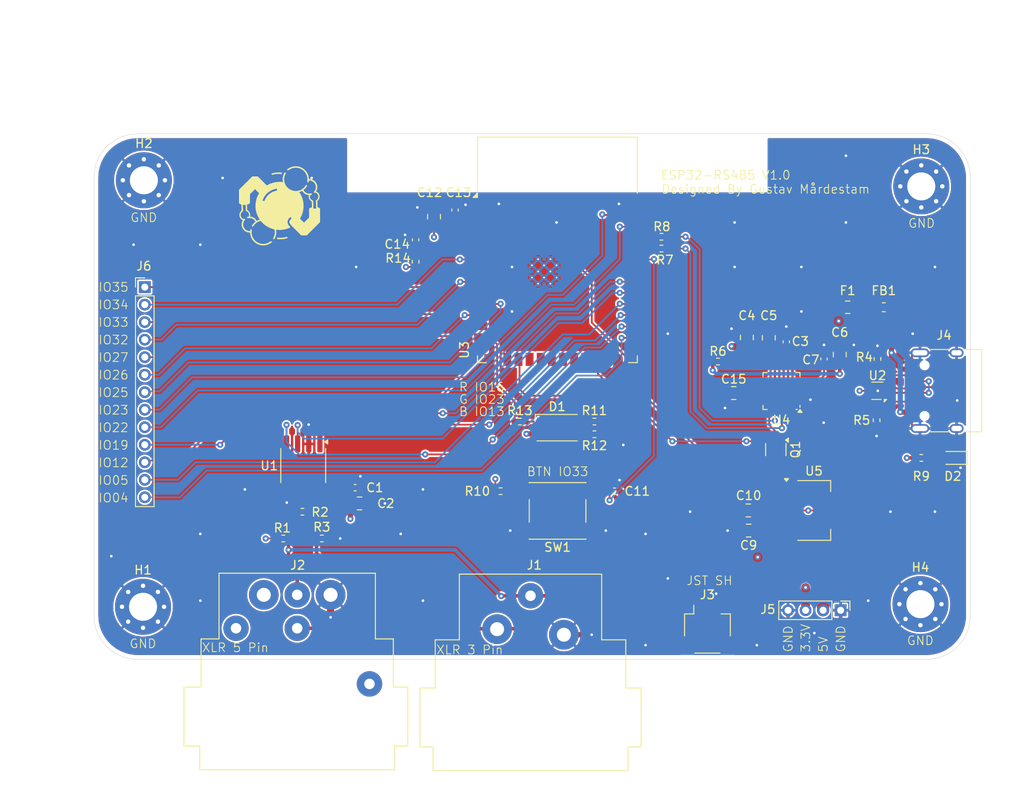
<source format=kicad_pcb>
(kicad_pcb (version 20240108) (generator "pcbnew") (generator_version "8.0")
  (layers (0 "F.Cu" signal) (1 "In1.Cu" signal) (2 "In2.Cu" signal) (31 "B.Cu" signal) (34 "B.Paste" user) (35 "F.Paste" user) (36 "B.SilkS" user "B.Silkscreen") (37 "F.SilkS" user "F.Silkscreen") (38 "B.Mask" user) (39 "F.Mask" user) (44 "Edge.Cuts" user))
  (net 0 "")
  (net 1 "GND")
  (net 2 "+3.3V")
  (net 3 "+5V")
  (net 4 "+3.3VA")
  (net 5 "/SW")
  (net 6 "/EN")
  (net 7 "Net-(U4-VPP)")
  (net 8 "Net-(D1-RK)")
  (net 9 "Net-(D1-GK)")
  (net 10 "Net-(D1-BK)")
  (net 11 "Net-(D2-A)")
  (net 12 "Net-(F1-Pad1)")
  (net 13 "+5VP")
  (net 14 "/B")
  (net 15 "/A")
  (net 18 "Net-(J4-CC1)")
  (net 19 "Net-(J4-D+-PadA6)")
  (net 20 "Net-(J4-CC2)")
  (net 23 "Net-(J4-D--PadA7)")
  (net 24 "/GPIO25")
  (net 25 "/GPIO05")
  (net 26 "/GPIO26")
  (net 27 "/GPIO12")
  (net 28 "/GPIO33")
  (net 29 "/GPIO19")
  (net 30 "/GPIO23")
  (net 31 "/GPIO22")
  (net 32 "/GPIO35")
  (net 33 "/GPIO04")
  (net 34 "/GPIO34")
  (net 35 "/GPIO27")
  (net 36 "/GPIO32")
  (net 37 "/RTS")
  (net 38 "/IO0")
  (net 39 "/DTR")
  (net 40 "Net-(U4-~{RST})")
  (net 41 "/RX")
  (net 42 "Net-(U4-TXD)")
  (net 43 "Net-(U4-RXD)")
  (net 44 "/TX")
  (net 45 "/LED_R")
  (net 46 "/LED_G")
  (net 47 "/LED_B")
  (net 48 "/RS_Enable")
  (net 49 "/RS_RX")
  (net 50 "/RS_TX")
  (net 51 "Net-(U4-D+)")
  (net 52 "Net-(U4-D-)")
  (footprint "Connector_Audio:Jack_XLR_Neutrik_NC3FAAH-0_Horizontal" (layer "F.Cu") (at 145.62 118.19 -90)
    (property "Reference" "J1")
    (property "Value" "XLR3")
  )
  (footprint "Resistor_SMD:R_0402_1005Metric_Pad0.72x0.64mm_HandSolder" (layer "F.Cu") (at 113.6025 107.2 180)
    (property "Reference" "R1")
    (property "Value" "20k" (hide yes))
  )
  (footprint "Resistor_SMD:R_0402_1005Metric_Pad0.72x0.64mm_HandSolder" (layer "F.Cu") (at 186.4025 98)
    (property "Reference" "R9")
    (property "Value" "1K" (hide yes))
  )
  (footprint "Capacitor_SMD:C_0805_2012Metric_Pad1.18x1.45mm_HandSolder" (layer "F.Cu") (at 177.1 86.2 90)
    (property "Reference" "C6")
    (property "Value" "22u" (hide yes))
  )
  (footprint "MountingHole:MountingHole_3.2mm_M3_Pad_Via" (layer "F.Cu") (at 186.302944 114.697056)
    (property "Reference" "H4")
    (property "Value" "Hole_Pad" (hide yes))
  )
  (footprint "Package_TO_SOT_SMD:SOT-363_SC-70-6" (layer "F.Cu") (at 169.8 97.05 -90)
    (property "Reference" "Q1")
    (property "Value" "UMH3N")
  )
  (footprint "Connector_PinHeader_2.00mm:PinHeader_1x04_P2.00mm_Vertical" (layer "F.Cu") (at 177.2 115.4 -90)
    (property "Reference" "J5")
    (property "Value" "Conn_01x04")
  )
  (footprint "Capacitor_SMD:C_0402_1005Metric_Pad0.74x0.62mm_HandSolder" (layer "F.Cu") (at 133.2 69.7 90)
    (property "Reference" "C13")
    (property "Value" "100n" (hide yes))
  )
  (footprint "Capacitor_SMD:C_0805_2012Metric_Pad1.18x1.45mm_HandSolder" (layer "F.Cu") (at 130.8 70.4625 90)
    (property "Reference" "C12")
    (property "Value" "22u" (hide yes))
  )
  (footprint "Connector_Audio:Jack_XLR_Neutrik_NC5FAH-0_Horizontal" (layer "F.Cu") (at 119 113.635 -90)
    (property "Reference" "J2")
    (property "Value" "XLR5")
  )
  (footprint "Package_TO_SOT_SMD:SOT-223-3_TabPin2" (layer "F.Cu") (at 174.15 104)
    (property "Reference" "U5")
    (property "Value" "TLV1117LV-3.3")
  )
  (footprint "Capacitor_SMD:C_0805_2012Metric_Pad1.18x1.45mm_HandSolder" (layer "F.Cu") (at 166.5 84.25 90)
    (property "Reference" "C4")
    (property "Value" "4u7" (hide yes))
  )
  (footprint "LED_SMD:LED_0603_1608Metric_Pad1.05x0.95mm_HandSolder" (layer "F.Cu") (at 190 98 180)
    (property "Reference" "D2")
    (property "Value" "LED")
  )
  (footprint "Resistor_SMD:R_0402_1005Metric_Pad0.72x0.64mm_HandSolder" (layer "F.Cu") (at 118 107.2)
    (property "Reference" "R3")
    (property "Value" "20k" (hide yes))
  )
  (footprint "Capacitor_SMD:C_0805_2012Metric_Pad1.18x1.45mm_HandSolder" (layer "F.Cu") (at 165 90.6 180)
    (property "Reference" "C15")
    (property "Value" "4u7" (hide yes))
  )
  (footprint "Capacitor_SMD:C_0402_1005Metric_Pad0.74x0.62mm_HandSolder" (layer "F.Cu") (at 151.4 101.8)
    (property "Reference" "C11")
    (property "Value" "100n" (hide yes))
  )
  (footprint "MountingHole:MountingHole_3.2mm_M3_Pad_Via" (layer "F.Cu") (at 186.4 67)
    (property "Reference" "H3")
    (property "Value" "Hole_Pad" (hide yes))
  )
  (footprint "Resistor_SMD:R_0402_1005Metric_Pad0.72x0.64mm_HandSolder" (layer "F.Cu") (at 115.7825 104.15)
    (property "Reference" "R2")
    (property "Value" "120 ohm" (hide yes))
  )
  (footprint "MountingHole:MountingHole_3.2mm_M3_Pad_Via" (layer "F.Cu") (at 97.6 115)
    (property "Reference" "H1")
    (property "Value" "Hole_Pad" (hide yes))
  )
  (footprint "Resistor_SMD:R_0402_1005Metric_Pad0.72x0.64mm_HandSolder" (layer "F.Cu") (at 138.4 101.8)
    (property "Reference" "R10")
    (property "Value" "10K" (hide yes))
  )
  (footprint "Resistor_SMD:R_0402_1005Metric_Pad0.72x0.64mm_HandSolder" (layer "F.Cu") (at 156.75 72.75 180)
    (property "Reference" "R8")
    (property "Value" "22R" (hide yes))
  )
  (footprint "Connector_PinHeader_2.00mm:PinHeader_1x13_P2.00mm_Vertical" (layer "F.Cu") (at 97.8 78.5)
    (property "Reference" "J6")
    (property "Value" "Conn_01x13")
  )
  (footprint "Resistor_SMD:R_0402_1005Metric_Pad0.72x0.64mm_HandSolder" (layer "F.Cu") (at 181.3 93.7025 -90)
    (property "Reference" "R5")
    (property "Value" "5K1" (hide yes))
  )
  (footprint "LED_SMD:LED_RGB_Wuerth-PLCC4_3.2x2.8mm_150141M173100" (layer "F.Cu") (at 144.85 94.55)
    (property "Reference" "D1")
    (property "Value" "LED_RGBA")
  )
  (footprint "Resistor_SMD:R_0402_1005Metric_Pad0.72x0.64mm_HandSolder" (layer "F.Cu") (at 156.75 74.1 180)
    (property "Reference" "R7")
    (property "Value" "22R" (hide yes))
  )
  (footprint "Capacitor_SMD:C_0402_1005Metric_Pad0.74x0.62mm_HandSolder" (layer "F.Cu") (at 128.7 73.0975 90)
    (property "Reference" "C14")
    (property "Value" "100n" (hide yes))
  )
  (footprint "Capacitor_SMD:C_0402_1005Metric_Pad0.74x0.62mm_HandSolder" (layer "F.Cu") (at 171 84.75 90)
    (property "Reference" "C3")
    (property "Value" "100n" (hide yes))
  )
  (footprint "Resistor_SMD:R_0402_1005Metric_Pad0.72x0.64mm_HandSolder" (layer "F.Cu") (at 149.105 93.85 180)
    (property "Reference" "R11")
    (property "Value" "1K" (hide yes))
  )
  (footprint "Fuse:Fuse_0805_2012Metric_Pad1.15x1.40mm_HandSolder" (layer "F.Cu") (at 178 80.8 180)
    (property "Reference" "F1")
    (property "Value" "1A Fuse" (hide yes))
  )
  (footprint "MountingHole:MountingHole_3.2mm_M3_Pad_Via" (layer "F.Cu") (at 97.697056 66.302944)
    (property "Reference" "H2")
    (property "Value" "Hole_Pad" (hide yes))
  )
  (footprint "Inductor_SMD:L_0603_1608Metric_Pad1.05x0.95mm_HandSolder" (layer "F.Cu") (at 182.125 80.8 180)
    (property "Reference" "FB1")
    (property "Value" "BLM21PG221" (hide yes))
  )
  (footprint "Button_Switch_SMD:SW_Push_1P1T_NO_6x6mm_H9.5mm" (layer "F.Cu") (at 144.9 104.05 180)
    (property "Reference" "SW1")
    (property "Value" "SW_SPST" (hide yes))
  )
  (footprint "Resistor_SMD:R_0402_1005Metric_Pad0.72x0.64mm_HandSolder" (layer "F.Cu") (at 149.105 95.3 180)
    (property "Reference" "R12")
    (property "Value" "1K" (hide yes))
  )
  (footprint "Capacitor_SMD:C_0805_2012Metric_Pad1.18x1.45mm_HandSolder" (layer "F.Cu") (at 166.6625 104 180)
    (property "Reference" "C10")
    (property "Value" "22u" (hide yes))
  )
  (footprint "Resistor_SMD:R_0402_1005Metric_Pad0.72x0.64mm_HandSolder" (layer "F.Cu") (at 140.605 93.85)
    (property "Reference" "R13")
    (property "Value" "1K" (hide yes))
  )
  (footprint "Connector_JST:JST_SH_SM03B-SRSS-TB_1x03-1MP_P1.00mm_Horizontal" (layer "F.Cu") (at 162 117.6)
    (property "Reference" "J3")
    (property "Value" "Conn_01x03_Pin" (hide yes))
  )
  (footprint "Capacitor_SMD:C_0402_1005Metric_Pad0.74x0.62mm_HandSolder" (layer "F.Cu") (at 121.8 101.4)
    (property "Reference" "C1")
    (property "Value" "100n" (hide yes))
  )
  (footprint "Package_DFN_QFN:QFN-24-1EP_4x4mm_P0.5mm_EP2.6x2.6mm" (layer "F.Cu") (at 170.45 90.3625 180)
    (property "Reference" "U4")
    (property "Value" "CP2104")
  )
  (footprint "Resistor_SMD:R_0402_1005Metric_Pad0.72x0.64mm_HandSolder" (layer "F.Cu") (at 163.2025 87)
    (property "Reference" "R6")
    (property "Value" "10K" (hide yes))
  )
  (footprint "Resistor_SMD:R_0402_1005Metric_Pad0.72x0.64mm_HandSolder" (layer "F.Cu") (at 128.7 75.5975 90)
    (property "Reference" "R14")
    (property "Value" "10K" (hide yes))
  )
  (footprint "Connector_USB:USB_C_Receptacle_HRO_TYPE-C-31-M-12" (layer "F.Cu") (at 189.38 90.32 90)
    (property "Reference" "J4")
    (property "Value" "USB_C_Receptacle_USB2.0_16P" (hide yes))
  )
  (footprint "Capacitor_SMD:C_0402_1005Metric_Pad0.74x0.62mm_HandSolder" (layer "F.Cu") (at 175.3 86.7 90)
    (property "Reference" "C7")
    (property "Value" "100n" (hide yes))
  )
  (footprint "Capacitor_SMD:C_0805_2012Metric_Pad1.18x1.45mm_HandSolder" (layer "F.Cu") (at 122.3 103.2)
    (property "Reference" "C2")
    (property "Value" "10n" (hide yes))
  )
  (footprint "Resistor_SMD:R_0402_1005Metric_Pad0.72x0.64mm_HandSolder" (layer "F.Cu") (at 181.4 86.7 90)
    (property "Reference" "R4")
    (property "Value" "5K1" (hide yes))
  )
  (footprint "Package_SO:SOIC-8_3.9x4.9mm_P1.27mm" (layer "F.Cu") (at 115.8775 98.875 -90)
    (property "Reference" "U1")
    (property "Value" "MAX3485")
  )
  (footprint "Capacitor_SMD:C_0805_2012Metric_Pad1.18x1.45mm_HandSolder" (layer "F.Cu") (at 169 84.2875 90)
    (property "Reference" "C5")
    (property "Value" "22u" (hide yes))
  )
  (footprint "Package_TO_SOT_SMD:SOT-666" (layer "F.Cu") (at 181.4 90.3375 180)
    (property "Reference" "U2")
    (property "Value" "USBLC6-2P6" (hide yes))
  )
  (footprint "RF_Module:ESP32-WROOM-32D" (layer "F.Cu") (at 144.88 77.24)
    (property "Reference" "U3")
    (property "Value" "ESP32-WROOM-32E")
  )
  (footprint "Capacitor_SMD:C_0805_2012Metric_Pad1.18x1.45mm_HandSolder" (layer "F.Cu") (at 166.7 106.3 180)
    (property "Reference" "C9")
    (property "Value" "22u" (hide yes))
  )
  (gr_poly (pts (xy 115.08269 64.703834) (xy 115.156611 64.708665) (xy 115.227431 64.7166) (xy 115.297166 64.727753) (xy 115.365741 64.742045) (xy 115.433084 64.759398) (xy 115.499121 64.779732) (xy 115.56378 64.80297) (xy 115.626987 64.829034) (xy 115.688668 64.857845) (xy 115.74875 64.889324) (xy 115.80716 64.923393) (xy 115.863825 64.959973) (xy 115.918672 64.998987) (xy 115.971626 65.040355) (xy 116.022615 65.084) (xy 116.071566 65.129843) (xy 116.118405 65.177804) (xy 116.163058 65.227807) (xy 116.205453 65.279773) (xy 116.245517 65.333622) (xy 116.283175 65.389277) (xy 116.318355 65.44666) (xy 116.350984 65.505691) (xy 116.380987 65.566292) (xy 116.408293 65.628386) (xy 116.432827 65.691893) (xy 116.454515 65.756735) (xy 116.473286 65.822833) (xy 116.489066 65.89011) (xy 116.50178 65.958486) (xy 116.511357 66.027884) (xy 116.517722 66.098225) (xy 116.520803 66.16943) (xy 116.537372 66.1685) (xy 116.553938 66.167892) (xy 116.570498 66.167607) (xy 116.587048 66.167644) (xy 116.603586 66.168003) (xy 116.620108 66.168686) (xy 116.636612 66.16969) (xy 116.653094 66.171017) (xy 116.681303 66.173887) (xy 116.709363 66.17763) (xy 116.737253 66.182239) (xy 116.764955 66.187707) (xy 116.792449 66.194025) (xy 116.819717 66.201187) (xy 116.846737 66.209186) (xy 116.873492 66.218014) (xy 116.899962 66.227663) (xy 116.926127 66.238127) (xy 116.951968 66.249397) (xy 116.977465 66.261468) (xy 117.0026 66.27433) (xy 117.027353 66.287977) (xy 117.051704 66.302402) (xy 117.075634 66.317596) (xy 117.114205 66.344375) (xy 117.150978 66.372768) (xy 117.185937 66.402694) (xy 117.219065 66.434076) (xy 117.250347 66.466832) (xy 117.279765 66.500885) (xy 117.307303 66.536154) (xy 117.332945 66.57256) (xy 117.356674 66.610023) (xy 117.378475 66.648465) (xy 117.398329 66.687806) (xy 117.416222 66.727967) (xy 117.432137 66.768867) (xy 117.446056 66.810428) (xy 117.457965 66.852571) (xy 117.467845 66.895215) (xy 117.475682 66.938281) (xy 117.481458 66.981691) (xy 117.485158 67.025365) (xy 117.486763 67.069222) (xy 117.48626 67.113185) (xy 117.48363 67.157173) (xy 117.478857 67.201107) (xy 117.471926 67.244907) (xy 117.462819 67.288495) (xy 117.45152 67.331791) (xy 117.438013 67.374715) (xy 117.422281 67.417188) (xy 117.404308 67.45913) (xy 117.384077 67.500463) (xy 117.361572 67.541107) (xy 117.336777 67.580982) (xy 117.346277 67.584442) (xy 117.355724 67.588072) (xy 117.365115 67.59187) (xy 117.374447 67.595832) (xy 117.383718 67.599955) (xy 117.392923 67.604236) (xy 117.40206 67.608673) (xy 117.411125 67.613261) (xy 117.426574 67.621607) (xy 117.441761 67.630368) (xy 117.456677 67.639538) (xy 117.471314 67.649112) (xy 117.485665 67.659082) (xy 117.49972 67.669444) (xy 117.513473 67.680189) (xy 117.526914 67.691313) (xy 117.540036 67.702809) (xy 117.55283 67.714671) (xy 117.565289 67.726892) (xy 117.577404 67.739467) (xy 117.589167 67.75239) (xy 117.60057 67.765653) (xy 117.611605 67.779251) (xy 117.622263 67.793178) (xy 117.640745 67.819326) (xy 117.657698 67.846091) (xy 117.673131 67.873417) (xy 117.687052 67.90125) (xy 117.699468 67.929536) (xy 117.710388 67.958218) (xy 117.719819 67.987243) (xy 117.72777 68.016556) (xy 117.734249 68.046102) (xy 117.739263 68.075826) (xy 117.742821 68.105674) (xy 117.74493 68.135589) (xy 117.745599 68.165519) (xy 117.744836 68.195408) (xy 117.742648 68.2252) (xy 117.739044 68.254843) (xy 117.734031 68.284279) (xy 117.727618 68.313456) (xy 117.719812 68.342317) (xy 117.710622 68.370809) (xy 117.700056 68.398876) (xy 117.688121 68.426464) (xy 117.674825 68.453518) (xy 117.660177 68.479982) (xy 117.644185 68.505803) (xy 117.626856 68.530926) (xy 117.608199 68.555295) (xy 117.588221 68.578855) (xy 117.56693 68.601553) (xy 117.544335 68.623333) (xy 117.520444 68.644141) (xy 117.495264 68.663921) (xy 117.514842 69.374063) (xy 117.514842 69.374064) (xy 117.514841 69.374064) (xy 117.514841 69.374065) (xy 117.514841 69.374066) (xy 117.536096 69.379838) (xy 117.55632 69.385922) (xy 117.575537 69.392286) (xy 117.59377 69.398896) (xy 117.611042 69.405721) (xy 117.627377 69.412727) (xy 117.642797 69.419883) (xy 117.657327 69.427156) (xy 117.67099 69.434513) (xy 117.683808 69.441923) (xy 117.695806 69.449352) (xy 117.707006 69.456768) (xy 117.717432 69.464138) (xy 117.727108 69.471431) (xy 117.736056 69.478614) (xy 117.744301 69.485654) (xy 117.751865 69.492518) (xy 117.758772 69.499175) (xy 117.765044 69.505592) (xy 117.770707 69.511737) (xy 117.780293 69.523078) (xy 117.787718 69.53294) (xy 117.793167 69.541062) (xy 117.796828 69.547185) (xy 117.799533 69.552395) (xy 117.799533 71.080893) (xy 116.27765 72.599601) (xy 115.658525 72.599601) (xy 114.51579 71.456865) (xy 114.383498 71.296528) (xy 114.372883 71.283252) (xy 114.363096 71.269972) (xy 114.354115 71.256696) (xy 114.345915 71.243433) (xy 114.338474 71.230194) (xy 114.331767 71.216987) (xy 114.32577 71.203822) (xy 114.320461 71.190707) (xy 114.315816 71.177653) (xy 114.31181 71.164668) (xy 114.308421 71.151761) (xy 114.305624 71.138943) (xy 114.303396 71.126221) (xy 114.301714 71.113606) (xy 114.300553 71.101106) (xy 114.29989 71.088731) (xy 114.299964 71.064393) (xy 114.301746 71.040665) (xy 114.305048 71.017622) (xy 114.30968 70.995337) (xy 114.315452 70.973885) (xy 114.322177 70.95334) (xy 114.329664 70.933774) (xy 114.337725 70.915264) (xy 114.34664 70.897103) (xy 114.356211 70.879343) (xy 114.366424 70.861999) (xy 114.377264 70.845087) (xy 114.388719 70.828623) (xy 114.400773 70.812624) (xy 114.413413 70.797104) (xy 114.426626 70.782079) (xy 114.440396 70.767566) (xy 114.454711 70.753581) (xy 114.469555 70.740139) (xy 114.484917 70.727257) (xy 114.50078 70.714949) (xy 114.517132 70.703233) (xy 114.533958 70.692123) (xy 114.551244 70.681637) (xy 114.448057 70.496428) (xy 114.423473 70.511124) (xy 114.399543 70.52672) (xy 114.376289 70.543193) (xy 114.353733 70.560519) (xy 114.331896 70.578675) (xy 114.3108 70.597636) (xy 114.290467 70.617379) (xy 114.270918 70.637881) (xy 114.252176 70.659118) (xy 114.234261 70.681065) (xy 114.217196 70.703701) (xy 114.201002 70.727) (xy 114.185701 70.75094) (xy 114.171315 70.775496) (xy 114.157865 70.800645) (xy 114.145374 70.826363) (xy 114.139855 70.838471) (xy 114.13461 70.850679) (xy 114.129639 70.862986) (xy 114.124943 70.875386) (xy 114.120523 70.887876) (xy 114.11638 70.900452) (xy 114.112515 70.91311) (xy 114.108927 70.925847) (xy 114.105619 70.938658) (xy 114.102591 70.951539) (xy 114.099843 70.964488) (xy 114.097377 70.977499) (xy 114.095192 70.990568) (xy 114.093291 71.003693) (xy 114.091673 71.016869) (xy 114.09034 71.030093) (xy 114.08875 71.057404) (xy 114.088533 71.084637) (xy 114.089673 71.111745) (xy 114.092155 71.13868) (xy 114.095962 71.165394) (xy 114.101079 71.191841) (xy 114.107489 71.217974) (xy 114.115178 71.243744) (xy 114.124128 71.269105) (xy 114.134324 71.294009) (xy 114.145751 71.31841) (xy 114.158392 71.34226) (xy 114.172231 71.365511) (xy 114.187252 71.388116) (xy 114.203441 71.410029) (xy 114.22078 71.431201) (xy 114.422921 71.674882) (xy 114.326999 71.721376) (xy 114.229612 71.764006) (xy 114.130875 71.802754) (xy 114.030904 71.837601) (xy 113.929815 71.86853) (xy 113.827725 71.89552) (xy 113.724749 71.918554) (xy 113.621002 71.937614) (xy 113.516602 71.95268) (xy 113.411663 71.963733) (xy 113.306301 71.970756) (xy 113.200633 71.973729) (xy 113.094774 71.972635) (xy 112.988841 71.967454) (xy 112.882949 71.958168) (xy 112.777213 71.944758) (xy 112.789473 72.014657) (xy 112.798386 72.084778) (xy 112.803974 72.155006) (xy 112.806255 72.225229) (xy 112.805252 72.295332) (xy 112.800984 72.365202) (xy 112.793472 72.434726) (xy 112.782736 72.503789) (xy 112.768798 72.57228) (xy 112.751677 72.640082) (xy 112.731395 72.707085) (xy 112.707971 72.773172) (xy 112.681426 72.838232) (xy 112.651781 72.902151) (xy 112.619057 72.964815) (xy 112.583274 73.02611) (xy 112.560267 73.022642) (xy 112.537335 73.019) (xy 112.514552 73.015209) (xy 112.491992 73.011294) (xy 112.447013 73.003124) (xy 112.424499 72.998829) (xy 112.402034 72.994359) (xy 112.441085 72.934183) (xy 112.476661 72.872319) (xy 112.508737 72.808916) (xy 112.537286 72.744121) (xy 112.562281 72.678083) (xy 112.583697 72.61095) (xy 112.601507 72.542869) (xy 112.615685 72.47399) (xy 112.626204 72.404459) (xy 112.633038 72.334425) (xy 112.636161 72.264036) (xy 112.635545 72.193441) (xy 112.631166 72.122786) (xy 112.622996 72.05222) (xy 112.61101 71.981892) (xy 112.59518 71.911949) (xy 112.480174 71.884557) (xy 112.366825 71.852345) (xy 112.255269 71.815399) (xy 112.145645 71.773803) (xy 112.038088 71.727644) (xy 111.932737 71.677005) (xy 111.829728 71.621973) (xy 111.729199 71.562633) (xy 111.631287 71.499069) (xy 111.536128 71.431368) (xy 111.443862 71.359615) (xy 111.354623 71.283894) (xy 111.268551 71.204292) (xy 111.185781 71.120892) (xy 111.106451 71.033782) (xy 111.030699 70.943045) (xy 111.004872 70.948861) (xy 110.97919 70.955195) (xy 110.953659 70.962045) (xy 110.928288 70.969408) (xy 110.903085 70.977281) (xy 110.878057 70.985661) (xy 110.853212 70.994545) (xy 110.828557 71.003932) (xy 110.804101 71.013818) (xy 110.779851 71.0242) (xy 110.755815 71.035076) (xy 110.732001 71.046443) (xy 110.708416 71.058298) (xy 110.685068 71.070639) (xy 110.661965 71.083463) (xy 110.639115 71.096768) (xy 110.629746 71.102351) (xy 110.62047 71.108) (xy 110.602074 71.119555) (xy 110.583677 71.131556) (xy 110.565032 71.144127) (xy 110.546238 71.15722) (xy 110.536894 71.163908) (xy 110.527593 71.170685) (xy 110.518342 71.177549) (xy 110.509147 71.184497) (xy 110.500014 71.191526) (xy 110.490949 71.198632) (xy 110.459463 71.22509) (xy 110.434201 71.246876) (xy 110.40952 71.269263) (xy 110.385429 71.292241) (xy 110.361939 71.315796) (xy 110.33906 71.339918) (xy 110.316802 71.364593) (xy 110.295175 71.38981) (xy 110.274189 71.415557) (xy 110.253854 71.441821) (xy 110.23418 71.468592) (xy 110.215177 71.495856) (xy 110.196856 71.523602) (xy 110.179226 71.551818) (xy 110.162298 71.580491) (xy 110.146081 71.60961) (xy 110.130586 71.639163) (xy 110.115873 71.621891) (xy 110.101383 71.604569) (xy 110.072378 71.569578) (xy 110.057784 71.551866) (xy 110.04334 71.534057) (xy 110.028994 71.516148) (xy 110.014698 71.49814) (xy 110.031425 71.469709) (xy 110.048757 71.441672) (xy 110.066688 71.414039) (xy 110.08521 71.38682) (xy 110.104314 71.360024) (xy 110.123994 71.333661) (xy 110.144241 71.307741) (xy 110.165048 71.282273) (xy 110.186407 71.257266) (xy 110.208309 71.232732) (xy 110.230749 71.208679) (xy 110.253716 71.185117) (xy 110.277205 71.162055) (xy 110.301207 71.139504) (xy 110.325714 71.117474) (xy 110.350719 71.095973) (xy 110.360732 71.0876) (xy 110.370894 71.079345) (xy 110.381155 71.071202) (xy 110.391465 71.063164) (xy 110.432211 71.031943) (xy 110.409411 70.989005) (xy 110.384055 70.947955) (xy 110.356264 70.908878) (xy 110.326163 70.871858) (xy 110.293872 70.836979) (xy 110.259515 70.804325) (xy 110.223213 70.77398) (xy 110.18509 70.746028) (xy 110.145268 70.720554) (xy 110.103869 70.697641) (xy 110.061016 70.677374) (xy 110.016832 70.659836) (xy 109.971438 70.645112) (xy 109.924957 70.633286) (xy 109.877512 70.624442) (xy 109.829226 70.618664) (xy 109.817407 70.617759) (xy 109.80557 70.617031) (xy 109.793721 70.616483) (xy 109.781865 70.616118) (xy 109.77001 70.615938) (xy 109.75816 70.615948) (xy 109.746323 70.61615) (xy 109.734505 70.616548) (xy 109.707373 70.618345) (xy 109.680369 70.621157) (xy 109.653519 70.62498) (xy 109.626852 70.62981) (xy 109.600397 70.635645) (xy 109.57418 70.642481) (xy 109.548229 70.650316) (xy 109.522574 70.659145) (xy 109.52199 70.657844) (xy 109.521428 70.656525) (xy 109.520885 70.655192) (xy 109.520358 70.653854) (xy 109.51834 70.648562) (xy 109.514881 70.640257) (xy 109.511602 70.632129) (xy 109.50531 70.615919) (xy 109.491882 70.5803) (xy 109.484482 70.560456) (xy 109.47733 70.540612) (xy 109.470376 70.520769) (xy 109.463571 70.500925) (xy 109.487703 70.492652) (xy 109.512065 70.485099) (xy 109.536637 70.478266) (xy 109.561401 70.472151) (xy 109.586339 70.466756) (xy 109.611432 70.46208) (xy 109.636662 70.458124) (xy 109.662009 70.454887) (xy 109.66511 70.447025) (xy 109.668061 70.439116) (xy 109.670864 70.431163) (xy 109.673518 70.42317) (xy 109.676024 70.415141) (xy 109.67838 70.407076) (xy 109.680588 70.398981) (xy 109.682646 70.390858) (xy 109.687934 70.366797) (xy 109.691956 70.342757) (xy 109.694733 70.318777) (xy 109.696287 70.294891) (xy 109.696642 70.271137) (xy 109.695817 70.24755) (xy 109.693836 70.224167) (xy 109.69072 70.201024) (xy 109.686492 70.178157) (xy 109.681173 70.155603) (xy 109.674785 70.133397) (xy 109.66735 70.111577) (xy 109.65889 70.090179) (xy 109.649427 70.069238) (xy 109.638983 70.048791) (xy 109.62758 70.028875) (xy 109.61524 70.009525) (xy 109.601985 69.990778) (xy 109.587836 69.972671) (xy 109.572816 69.955239) (xy 109.556947 69.938518) (xy 109.54025 69.922546) (xy 109.522748 69.907358) (xy 109.504462 69.892991) (xy 109.485415 69.87948) (xy 109.465628 69.866863) (xy 109.445123 69.855176) (xy 109.423923 69.844454) (xy 109.402049 69.834734) (xy 109.379523 69.826052) (xy 109.356367 69.818446) (xy 109.332603 69.81195) (xy 109.332603 69.792106) (xy 109.331991 69.785608) (xy 109.331532 69.779017) (xy 109.331203 69.77234) (xy 109.330982 69.765581) (xy 109.33078 69.751848) (xy 109.330751 69.737866) (xy 109.329262 69.702181) (xy 109.32863 69.683656) (xy 109.328439 69.674103) (xy 109.328369 69.664312) (xy 109.308526 69.119006) (xy 109.298736 69.119006) (xy 109.298736 69.113185) (xy 109.272786 69.115864) (xy 109.259543 69.117073) (xy 109.246117 69.118146) (xy 109.232505 69.119045) (xy 109.218704 69.119734) (xy 109.20471 69.120174) (xy 109.190521 69.120329) (xy 109.140515 69.120329) (xy 109.121477 69.120218) (xy 109.102853 69.119891) (xy 109.08464 69.119352) (xy 109.066829 69.118609) (xy 109.049415 69.117668) (xy 109.032392 69.116534) (xy 109.015753 69.115214) (xy 108.999492 69.113714) (xy 108.999492 69.121916) (xy 108.990232 69.121916) (xy 109.012721 69.688125) (xy 109.015897 69.763795) (xy 109.017484 69.803747) (xy 109.017484 69.840524) (xy 108.993381 69.852482) (xy 108.970111 69.8657) (xy 108.947716 69.880132) (xy 108.926236 69.895731) (xy 108.90571 69.91245) (xy 108.88618 69.93024) (xy 108.867686 69.949055) (xy 108.850267 69.968847) (xy 108.833965 69.98957) (xy 108.818819 70.011175) (xy 108.80487 70.033617) (xy 108.792158 70.056846) (xy 108.780724 70.080817) (xy 108.770607 70.105481) (xy 108.761848 70.130791) (xy 108.754488 70.156701) (xy 108.749003 70.180695) (xy 108.744785 70.204678) (xy 108.741814 70.228614) (xy 108.740067 70.252467) (xy 108.739523 70.276199) (xy 108.74016 70.299776) (xy 108.741956 70.323159) (xy 108.744889 70.346313) (xy 108.748937 70.3692) (xy 108.754079 70.391784) (xy 108.760293 70.414029) (xy 108.767557 70.435898) (xy 108.775849 70.457355) (xy 108.785148 70.478362) (xy 108.795431 70.498884) (xy 108.806677 70.518883) (xy 108.818864 70.538323) (xy 108.831971 70.557168) (xy 108.845974 70.575381) (xy 108.860854 70.592925) (xy 108.876587 70.609764) (xy 108.893152 70.625862) (xy 108.910528 70.641181) (xy 108.928691 70.655685) (xy 108.947622 70.669337) (xy 108.967297 70.682102) (xy 108.987696 70.693942) (xy 109.008795 70.70482) (xy 109.030574 70.714701) (xy 109.053011 70.723548) (xy 109.076083 70.731323) (xy 109.099769 70.737991) (xy 109.10917 70.727846) (xy 109.11872 70.717854) (xy 109.128419 70.708016) (xy 109.138266 70.698337) (xy 109.148263 70.688818) (xy 109.158408 70.679464) (xy 109.168702 70.670278) (xy 109.179144 70.661262) (xy 109.184701 70.656764) (xy 109.192295 70.677993) (xy 109.200013 70.699197) (xy 109.207881 70.720351) (xy 109.215921 70.741431) (xy 109.216429 70.74282) (xy 109.216959 70.744213) (xy 109.218071 70.74702) (xy 109.220419 70.752807) (xy 109.227261 70.770621) (xy 109.234277 70.788361) (xy 109.241441 70.806051) (xy 109.24873 70.823716) (xy 109.24873 70.825568) (xy 109.240173 70.833778) (xy 109.231768 70.842137) (xy 109.223517 70.850645) (xy 109.215425 70.859302) (xy 109.207495 70.868108) (xy 109.199728 70.877062) (xy 109.192129 70.886166) (xy 109.184701 70.895418) (xy 109.167962 70.917186) (xy 109.152084 70.93951) (xy 109.137076 70.962365) (xy 109.122949 70.985724) (xy 109.109714 71.00956) (xy 109.09738 71.033847) (xy 109.085959 71.058559) (xy 109.075461 71.083669) (xy 109.065896 71.109152) (xy 109.057274 71.13498) (xy 109.049607 71.161127) (xy 109.042905 71.187568) (xy 109.037177 71.214275) (xy 109.032436 71.241222) (xy 109.02869 71.268384) (xy 109.025951 71.295733) (xy 109.024822 71.310925) (xy 109.024012 71.326135) (xy 109.023518 71.341358) (xy 109.023338 71.356587) (xy 109.023468 71.371816) (xy 109.023904 71.387039) (xy 109.024645 71.402249) (xy 109.025686 71.417441) (xy 109.02966 71.455577) (xy 109.035497 71.49306) (xy 109.043147 71.529848) (xy 109.052558 71.565898) (xy 109.063681 71.601166) (xy 109.076464 71.635611) (xy 109.090859 71.669188) (xy 109.106814 71.701856) (xy 109.124279 71.73357) (xy 109.143203 71.764288) (xy 109.163537 71.793968) (xy 109.18523 71.822565) (xy 109.208231 71.850038) (xy 109.23249 71.876342) (xy 109.257957 71.901436) (xy 109.284581 71.925276) (xy 109.312312 71.947819) (xy 109.341099 71.969022) (xy 109.370893 71.988842) (xy 109.401642 72.007237) (xy 109.433297 72.024163) (xy 109.465807 72.039577) (xy 109.499121 72.053437) (xy 109.53319 72.065699) (xy 109.567962 72.076321) (xy 109.603388 72.085258) (xy 109.639417 72.09247) (xy 109.675999 72.097912) (xy 109.713083 72.101541) (xy 109.750619 72.103315) (xy 109.788556 72.10319) (xy 109.826844 72.101124) (xy 109.830404 72.066846) (xy 109.834736 72.03268) (xy 109.839844 71.998637) (xy 109.845729 71.964732) (xy 109.852396 71.930974) (xy 109.859847 71.897379) (xy 109.868086 71.863956) (xy 109.877115 71.83072) (xy 109.893722 71.850076) (xy 109.910552 71.869283) (xy 109.944584 71.907449) (xy 109.961745 71.926491) (xy 109.979079 71.945483) (xy 109.996562 71.964376) (xy 110.014169 71.98312) (xy 110.010354 72.003608) (xy 110.00686 72.024196) (xy 110.003714 72.044884) (xy 110.00094 72.06567) (xy 109.998898 72.080796) (xy 109.997104 72.095997) (xy 109.995508 72.111248) (xy 109.994061 72.126523) (xy 109.992705 72.141572) (xy 109.992405 72.145311) (xy 109.992164 72.149034) (xy 109.992003 72.152738) (xy 109.991944 72.156421) (xy 109.990984 72.167533) (xy 109.990262 72.178638) (xy 109.989745 72.189731) (xy 109.989398 72.200805) (xy 109.989079 72.222873) (xy 109.989034 72.244792) (xy 109.990776 72.308763) (xy 109.995512 72.37199) (xy 110.003175 72.4344) (xy 110.013699 72.495922) (xy 110.027017 72.556482) (xy 110.043062 72.616007) (xy 110.061768 72.674427) (xy 110.083069 72.731666) (xy 110.106897 72.787654) (xy 110.133186 72.842318) (xy 110.16187 72.895584) (xy 110.192882 72.947381) (xy 110.226155 72.997636) (xy 110.261624 73.046276) (xy 110.299221 73.093229) (xy 110.338879 73.138422) (xy 110.380533 73.181782) (xy 110.424116 73.223238) (xy 110.46956 73.262716) (xy 110.5168 73.300143) (xy 110.565769 73.335448) (xy 110.616401 73.368558) (xy 110.668628 73.3994) (xy 110.722385 73.427901) (xy 110.777604 73.453989) (xy 110.834219 73.477592) (xy 110.892164 73.498636) (xy 110.951372 73.51705) (xy 111.011776 73.532761) (xy 111.073311 73.545695) (xy 111.135908 73.555781) (xy 111.199503 73.562946) (xy 111.264255 73.567135) (xy 111.32886 73.568115) (xy 111.393206 73.565924) (xy 111.457182 73.560594) (xy 111.520677 73.552163) (xy 111.583581 73.540664) (xy 111.645783 73.526134) (xy 111.707172 73.508608) (xy 111.767636 73.48812) (xy 111.827066 73.464707) (xy 111.88535 73.438403) (xy 111.942378 73.409244) (xy 111.998038 73.377265) (xy 112.05222 73.342502) (xy 112.104813 73.304988) (xy 112.155707 73.264761) (xy 112.18095 73.271053) (xy 112.206242 73.277197) (xy 112.231535 73.283142) (xy 112.256778 73.288839) (xy 112.307214 73.299719) (xy 112.332494 73.304949) (xy 112.357849 73.310005) (xy 112.347778 73.319778) (xy 112.337608 73.329456) (xy 112.327339 73.33904) (xy 112.316971 73.348534) (xy 112.306503 73.357942) (xy 112.295936 73.367266) (xy 112.28527 73.376509) (xy 112.274505 73.385676) (xy 112.223472 73.427079) (xy 112.170841 73.466038) (xy 112.1167 73.502522) (xy 112.061139 73.5365) (xy 112.004247 73.56794) (xy 111.946111 73.596811) (xy 111.886822 73.623082) (xy 111.826467 73.64672) (xy 111.765135 73.667695) (xy 111.702915 73.685975) (xy 111.639896 73.701529) (xy 111.576167 73.714325) (xy 111.511816 73.724332) (xy 111.446932 73.731519) (xy 111.381603 73.735855) (xy 111.31592 73.737307) (xy 111.282785 73.73696) (xy 111.249675 73.735918) (xy 111.216614 73.734182) (xy 111.183628 73.731751) (xy 111.112809 73.723792) (xy 111.043077 73.712616) (xy 110.974505 73.698304) (xy 110.907167 73.680932) (xy 110.841135 73.660579) (xy 110.776482 73.637325) (xy 110.713283 73.611246) (xy 110.651609 73.582423) (xy 110.591535 73.550932) (xy 110.533132 73.516853) (xy 110.476476 73.480264) (xy 110.421638 73.441243) (xy 110.368691 73.399869) (xy 110.31771 73.356221) (xy 110.268766 73.310376) (xy 110.221934 73.262413) (xy 110.177286 73.212411) (xy 110.134896 73.160448) (xy 110.094836 73.106602) (xy 110.05718 73.050953) (xy 110.022001 72.993577) (xy 109.989373 72.934555) (xy 109.959367 72.873963) (xy 109.932058 72.811882) (xy 109.907519 72.748388) (xy 109.885822 72.683561) (xy 109.867041 72.617479) (xy 109.85125 72.55022) (xy 109.83852 72.481863) (xy 109.828926 72.412486) (xy 109.82254 72.342168) (xy 109.819437 72.270987) (xy 109.812789 72.27151) (xy 109.806145 72.271904) (xy 109.799508 72.272186) (xy 109.792879 72.272375) (xy 109.779662 72.272549) (xy 109.76652 72.272574) (xy 109.746676 72.272371) (xy 109.736754 72.272113) (xy 109.726832 72.271747) (xy 109.716911 72.271269) (xy 109.706989 72.270676) (xy 109.697067 72.269966) (xy 109.687145 72.269134) (xy 109.640481 72.263861) (xy 109.594634 72.256318) (xy 109.549655 72.246568) (xy 109.505596 72.234671) (xy 109.462509 72.22069) (xy 109.420447 72.204686) (xy 109.37946 72.186723) (xy 109.339602 72.16686) (xy 109.300924 72.145161) (xy 109.263479 72.121687) (xy 109.227317 72.0965) (xy 109.192491 72.069662) (xy 109.159054 72.041235) (xy 109.127057 72.011281) (xy 109.096551 71.979861) (xy 109.06759 71.947037) (xy 109.040225 71.912871) (xy 109.014508 71.877426) (xy 108.99049 71.840762) (xy 108.968225 71.802943) (xy 108.947764 71.764029) (xy 108.929158 71.724082) (xy 108.912461 71.683165) (xy 108.897723 71.64134) (xy 108.884998 71.598667) (xy 108.874336 71.555209) (xy 108.86579 71.511029) (xy 108.859412 71.466187) (xy 108.855254 71.420746) (xy 108.853367 71.374767) (xy 108.853805 71.328312) (xy 108.856618 71.281444) (xy 108.859392 71.253186) (xy 108.863045 71.225077) (xy 108.867572 71.197137) (xy 108.872964 71.169385) (xy 108.879215 71.141841) (xy 108.886318 71.114524) (xy 108.894266 71.087454) (xy 108.903052 71.060649) (xy 108.912669 71.03413) (xy 108.92311 71.007916) (xy 108.934368 70.982025) (xy 108.946436 70.956478) (xy 108.959307 70.931294) (xy 108.972974 70.906492) (xy 108.98743 70.882091) (xy 109.002668 70.858111) (xy 108.993267 70.854652) (xy 108.98392 70.851025) (xy 108.974628 70.847237) (xy 108.965395 70.843294) (xy 108.956224 70.839203) (xy 108.947118 70.834968) (xy 108.93808 70.830597) (xy 108.929114 70.826096) (xy 108.913618 70.817748) (xy 108.898391 70.808977) (xy 108.883438 70.799793) (xy 108.868768 70.7902) (xy 108.854388 70.780205) (xy 108.840305 70.769816) (xy 108.826527 70.759038) (xy 108.813061 70.747879) (xy 108.799914 70.736344) (xy 108.787094 70.724441) (xy 108.774608 70.712176) (xy 108.762463 70.699555) (xy 108.750668 70.686586) (xy 108.739228 70.673274) (xy 108.728152 70.659627) (xy 108.717447 70.64565) (xy 108.698991 70.619504) (xy 108.682065 70.592743) (xy 108.66666 70.565424) (xy 108.652769 70.537601) (xy 108.640383 70.509328) (xy 108.629494 70.48066) (xy 108.620095 70.451652) (xy 108.612176 70.422359) (xy 108.60573 70.392834) (xy 108.600749 70.363133) (xy 108.597224 70.33331) (xy 108.595148 70.30342) (xy 108.594511 70.273518) (xy 108.595307 70.243658) (xy 108.597527 70.213895) (xy 108.601163 70.184283) (xy 108.606206 70.154878) (xy 108.612649 70.125733) (xy 108.620483 70.096904) (xy 108.6297 70.068445) (xy 108.640293 70.040411) (xy 108.652253 70.012856) (xy 108.665571 69.985836) (xy 108.68024 69.959404) (xy 108.696252 69.933615) (xy 108.713598 69.908525) (xy 108.73227 69.884187) (xy 108.75226 69.860656) (xy 108.773561 69.837988) (xy 108.796163 69.816236) (xy 108.820059 69.795455) (xy 108.845241 69.7757) (xy 108.825926 69.083021) (xy 108.823144 69.082228) (xy 109.461985 69.082228) (xy 109.491089 69.717228) (xy 109.532949 69.739989) (xy 109.572543 69.765594) (xy 109.609774 69.793873) (xy 109.644547 69.824657) (xy 109.676765 69.857775) (xy 109.706331 69.893059) (xy 109.733151 69.930337) (xy 109.757127 69.969441) (xy 109.778164 70.010201) (xy 109.796166 70.052447) (xy 109.811036 70.096009) (xy 109.822678 70.140718) (xy 109.830996 70.186403) (xy 109.835894 70.232895) (xy 109.837277 70.280024) (xy 109.835047 70.327621) (xy 109.833571 70.342886) (xy 109.831719 70.358114) (xy 109.829489 70.373293) (xy 109.826878 70.388409) (xy 109.823882 70.403451) (xy 109.820499 70.418406) (xy 109.816725 70.433262) (xy 109.812557 70.448007) (xy 109.816526 70.44825) (xy 109.820495 70.448561) (xy 109.828432 70.449263) (xy 109.832401 70.449593) (xy 109.83637 70.449867) (xy 109.840339 70.450054) (xy 109.844307 70.450123) (xy 109.873396 70.453113) (xy 109.902259 70.457016) (xy 109.959237 70.467509) (xy 110.0151 70.481508) (xy 110.069708 70.498918) (xy 110.122916 70.519645) (xy 110.174585 70.543592) (xy 110.224571 70.570666) (xy 110.272734 70.60077) (xy 110.318931 70.633811) (xy 110.36302 70.669694) (xy 110.40486 70.708323) (xy 110.444308 70.749603) (xy 110.481223 70.793439) (xy 110.515463 70.839737) (xy 110.546887 70.888402) (xy 110.561498 70.913592) (xy 110.575351 70.939338) (xy 110.616472 70.916583) (xy 110.658257 70.895161) (xy 110.700674 70.875091) (xy 110.743692 70.856391) (xy 110.787281 70.839081) (xy 110.83141 70.823178) (xy 110.876047 70.808701) (xy 110.921162 70.79567) (xy 110.810852 70.62388) (xy 110.714492 70.446184) (xy 110.632101 70.263372) (xy 110.563701 70.076234) (xy 110.509313 69.885562) (xy 110.468957 69.692146) (xy 110.442654 69.496777) (xy 110.430426 69.300244) (xy 110.432293 69.10334) (xy 110.448276 68.906855) (xy 110.478396 68.711578) (xy 110.499436 68.619736) (xy 111.237074 68.619736) (xy 111.324122 68.646195) (xy 111.451386 68.685618) (xy 111.460341 68.658717) (xy 111.469742 68.631994) (xy 111.479589 68.60545) (xy 111.489883 68.57909) (xy 111.500624 68.552915) (xy 111.511811 68.52693) (xy 111.523444 68.501136) (xy 111.535524 68.475538) (xy 111.572152 68.403619) (xy 111.611832 68.333667) (xy 111.654476 68.265766) (xy 111.7 68.2) (xy 111.748315 68.13645) (xy 111.799336 68.0752) (xy 111.852976 68.016333) (xy 111.909149 67.959932) (xy 111.967768 67.906079) (xy 112.028747 67.854858) (xy 112.092 67.806351) (xy 112.157439 67.760642) (xy 112.22498 67.717814) (xy 112.294534 67.677949) (xy 112.359507 67.644483) (xy 115.415903 67.644483) (xy 115.528267 67.81671) (xy 115.626523 67.995013) (xy 115.710647 68.178586) (xy 115.780614 68.366622) (xy 115.836399 68.558313) (xy 115.877977 68.752852) (xy 115.905323 68.949434) (xy 115.918412 69.14725) (xy 115.917221 69.345494) (xy 115.901723 69.543359) (xy 115.871894 69.740038) (xy 115.82771 69.934724) (xy 115.769145 70.126611) (xy 115.696174 70.31489) (xy 115.608774 70.498756) (xy 115.506919 70.677401) (xy 115.969675 71.13857) (xy 116.546996 70.561249) (xy 116.546996 69.552128) (xy 116.551494 69.547101) (xy 116.55414 69.544455) (xy 116.55705 69.541545) (xy 116.565253 69.533607) (xy 116.572148 69.52743) (xy 116.579143 69.521399) (xy 116.586237 69.51551) (xy 116.593431 69.509761) (xy 116.600723 69.504149) (xy 116.608115 69.49867) (xy 116.615606 69.493321) (xy 116.623196 69.488099) (xy 116.628256 69.484702) (xy 116.633511 69.481261) (xy 116.638958 69.477783) (xy 116.644595 69.474274) (xy 116.650417 69.470741) (xy 116.656422 69.467188) (xy 116.662608 69.463624) (xy 116.66897 69.460053) (xy 116.671995 69.45818) (xy 116.675113 69.456328) (xy 116.678317 69.454495) (xy 116.681603 69.452678) (xy 116.684963 69.450873) (xy 116.688391 69.449077) (xy 116.695428 69.445501) (xy 116.702671 69.441887) (xy 116.710112 69.438225) (xy 116.717752 69.434562) (xy 116.725014 69.431215) (xy 116.724533 69.431215) (xy 116.74326 69.423178) (xy 116.762133 69.415542) (xy 116.781148 69.408309) (xy 116.800303 69.401482) (xy 116.819595 69.395064) (xy 116.839019 69.389059) (xy 116.858574 69.383469) (xy 116.878256 69.378298) (xy 116.849151 68.722396) (xy 116.807291 68.699635) (xy 116.767697 68.67403) (xy 116.730466 68.64575) (xy 116.695693 68.614967) (xy 116.663476 68.581848) (xy 116.633909 68.546565) (xy 116.607089 68.509286) (xy 116.583113 68.470182) (xy 116.562076 68.429422) (xy 116.544075 68.387176) (xy 116.529205 68.343614) (xy 116.517563 68.298905) (xy 116.509244 68.25322) (xy 116.504346 68.206728) (xy 116.502963 68.159599) (xy 116.505193 68.112002) (xy 116.50667 68.096737) (xy 116.508521 68.081509) (xy 116.510751 68.06633) (xy 116.513362 68.051214) (xy 116.516358 68.036172) (xy 116.519741 68.021217) (xy 116.523515 68.006361) (xy 116.527683 67.991617) (xy 116.523714 67.991374) (xy 116.519745 67.991062) (xy 116.511808 67.99036) (xy 116.507839 67.99003) (xy 116.50387 67.989756) (xy 116.499901 67.989569) (xy 116.495933 67.9895) (xy 116.450915 67.984613) (xy 116.406397 67.97752) (xy 116.362453 67.968258) (xy 116.319153 67.956865) (xy 116.276572 67.943379) (xy 116.234781 67.927838) (xy 116.193852 67.910281) (xy 116.153859 67.890744) (xy 116.114873 67.869266) (xy 116.076968 67.845886) (xy 116.040215 67.82064) (xy 116.004688 67.793568) (xy 115.970458 67.764706) (xy 115.937598 67.734093) (xy 115.90618 67.701767) (xy 115.876278 67.667766) (xy 115.860367 67.648309) (xy 115.844987 67.628439) (xy 115.830146 67.608165) (xy 115.815854 67.587498) (xy 115.802119 67.566447) (xy 115.788953 67.54502) (xy 115.776363 67.523228) (xy 115.764359 67.501079) (xy 115.722929 67.523823) (xy 115.680817 67.545215) (xy 115.63806 67.565242) (xy 115.594695 67.583893) (xy 115.55076 67.601155) (xy 115.506291 67.617016) (xy 115.461326 67.631463) (xy 115.415903 67.644483) (xy 112.359507 67.644483) (xy 112.366017 67.64113) (xy 112.43934 67.60744) (xy 112.43934 67.607705) (xy 112.494958 67.584626) (xy 112.551251 67.563416) (xy 112.608177 67.544085) (xy 112.665692 67.526643) (xy 112.723752 67.511098) (xy 112.782315 67.49746) (xy 112.841337 67.485739) (xy 112.900774 67.475942) (xy 112.874315 67.305286) (xy 112.867172 67.258984) (xy 112.79534 67.27093) (xy 112.724387 67.285306) (xy 112.654361 67.302066) (xy 112.585307 67.321165) (xy 112.450307 67.366196) (xy 112.319761 67.420033) (xy 112.194044 67.482309) (xy 112.073532 67.552659) (xy 111.958598 67.630717) (xy 111.849617 67.716118) (xy 111.746965 67.808495) (xy 111.651016 67.907482) (xy 111.562145 68.012714) (xy 111.480726 68.123824) (xy 111.407135 68.240448) (xy 111.341746 68.362218) (xy 111.284934 68.48877) (xy 111.259862 68.553724) (xy 111.237074 68.619736) (xy 110.499436 68.619736) (xy 110.522674 68.518302) (xy 110.581131 68.327816) (xy 110.653789 68.140911) (xy 110.740667 67.958378) (xy 110.841786 67.781007) (xy 110.380882 67.319574) (xy 109.803562 67.89663) (xy 109.803562 68.905751) (xy 109.784942 68.924768) (xy 109.760643 68.945544) (xy 109.744449 68.957875) (xy 109.725443 68.971169) (xy 109.703542 68.985176) (xy 109.67866 68.999647) (xy 109.650711 69.014331) (xy 109.61961 69.02898) (xy 109.585272 69.043344) (xy 109.547612 69.057173) (xy 109.506545 69.070217) (xy 109.461985 69.082228) (xy 108.823144 69.082228) (xy 108.805373 69.07716) (xy 108.785815 69.071008) (xy 108.767231 69.064596) (xy 108.749598 69.057955) (xy 108.732893 69.051117) (xy 108.717094 69.044113) (xy 108.702178 69.036975) (xy 108.688124 69.029733) (xy 108.674907 69.022419) (xy 108.662507 69.015064) (xy 108.6509 69.007699) (xy 108.640063 69.000357) (xy 108.629975 68.993067) (xy 108.620612 68.985862) (xy 108.611953 68.978773) (xy 108.603974 68.97183) (xy 108.596653 68.965066) (xy 108.589968 68.958512) (xy 108.583896 68.952198) (xy 108.578414 68.946157) (xy 108.569132 68.935015) (xy 108.561942 68.925338) (xy 108.556664 68.917376) (xy 108.553117 68.911378) (xy 108.550495 68.90628) (xy 108.550495 67.378047) (xy 110.072379 65.859338) (xy 110.691504 65.859338) (xy 111.727613 66.895447) (xy 111.831721 66.834145) (xy 111.938056 66.777658) (xy 112.046451 66.726022) (xy 112.156738 66.67927) (xy 112.26875 66.637437) (xy 112.382321 66.600558) (xy 112.497284 66.568667) (xy 112.61347 66.541798) (xy 112.730715 66.519987) (xy 112.848849 66.503267) (xy 112.967706 66.491673) (xy 113.08712 66.485239) (xy 113.206923 66.484001) (xy 113.326948 66.487992) (xy 113.447028 66.497247) (xy 113.566996 66.511801) (xy 113.553598 66.440883) (xy 113.543653 66.369693) (xy 113.537141 66.298353) (xy 113.534043 66.226981) (xy 113.534338 66.155698) (xy 113.538007 66.084622) (xy 113.54503 66.013875) (xy 113.555387 65.943575) (xy 113.569059 65.873843) (xy 113.586026 65.804797) (xy 113.606267 65.736559) (xy 113.629764 65.669248) (xy 113.656496 65.602982) (xy 113.686444 65.537884) (xy 113.719588 65.474071) (xy 113.755908 65.411663) (xy 113.778766 65.415128) (xy 113.801648 65.418741) (xy 113.847189 65.426215) (xy 113.869766 65.430089) (xy 113.892268 65.434186) (xy 113.91472 65.438531) (xy 113.937147 65.443149) (xy 113.90005 65.500073) (xy 113.866066 65.558545) (xy 113.835219 65.618437) (xy 113.807535 65.679624) (xy 113.783038 65.741978) (xy 113.761754 65.805373) (xy 113.743706 65.869682) (xy 113.728921 65.934778) (xy 113.717422 66.000534) (xy 113.709234 66.066824) (xy 113.704383 66.133521) (xy 113.702892 66.200498) (xy 113.704788 66.267628) (xy 113.710094 66.334786) (xy 113.718836 66.401843) (xy 113.731037 66.468674) (xy 113.746732 66.535227) (xy 113.76557 66.600204) (xy 113.787455 66.663541) (xy 113.812286 66.725173) (xy 113.839966 66.785035) (xy 113.870395 66.843062) (xy 113.903475 66.899191) (xy 113.939107 66.953357) (xy 113.977193 67.005495) (xy 114.017633 67.055541) (xy 114.060329 67.10343) (xy 114.105182 67.149097) (xy 114.152093 67.192479) (xy 114.200964 67.23351) (xy 114.251697 67.272126) (xy 114.304191 67.308263) (xy 114.358349 67.341855) (xy 114.414071 67.372839) (xy 114.47126 67.40115) (xy 114.529815 67.426724) (xy 114.58964 67.449495) (xy 114.650634 67.469399) (xy 114.712699 67.486373) (xy 114.775736 67.50035) (xy 114.839647 67.511267) (xy 114.904333 67.51906) (xy 114.969695 67.523663) (xy 115.035634 67.525012) (xy 115.102053 67.523043) (xy 115.16885 67.517691) (xy 115.23593 67.508891) (xy 115.303191 67.49658) (xy 115.329365 67.490804) (xy 115.355394 67.484492) (xy 115.381271 67.477646) (xy 115.406987 67.47027) (xy 115.432533 67.462367) (xy 115.457903 67.453941) (xy 115.483087 67.444993) (xy 115.508078 67.435527) (xy 115.532867 67.425547) (xy 115.557447 67.415055) (xy 115.581809 67.404055) (xy 115.605945 67.392549) (xy 115.629847 67.380541) (xy 115.653506 67.368034) (xy 115.676915 67.35503) (xy 115.700066 67.341534) (xy 115.709458 67.335907) (xy 115.71879 67.330153) (xy 115.73734 67.31835) (xy 115.774414 67.294174) (xy 115.783727 67.288036) (xy 115.793009 67.281738) (xy 115.802254 67.275291) (xy 115.811456 67.268707) (xy 115.820608 67.262) (xy 115.829704 67.255181) (xy 115.838738 67.248262) (xy 115.847703 67.241257) (xy 115.863942 67.228127) (xy 115.872 67.2215) (xy 115.879983 67.214798) (xy 115.905294 67.19296) (xy 115.930025 67.170514) (xy 115.954164 67.147474) (xy 115.977701 67.123852) (xy 116.000626 67.099661) (xy 116.022928 67.074914) (xy 116.044596 67.049623) (xy 116.065621 67.023802) (xy 116.085992 66.997463) (xy 116.105698 66.97062) (xy 116.124729 66.943283) (xy 116.143074 66.915468) (xy 116.160723 66.887186) (xy 116.177666 66.85845) (xy 116.193891 66.829273) (xy 116.209389 66.799667) (xy 116.238725 66.834261) (xy 116.25333 66.851683) (xy 116.267862 66.869253) (xy 116.28234 66.886963) (xy 116.296768 66.904773) (xy 116.311097 66.922682) (xy 116.325277 66.94069) (xy 116.308547 66.969217) (xy 116.291206 66.997344) (xy 116.273261 67.025062) (xy 116.25472 67.052361) (xy 116.235591 67.079232) (xy 116.215884 67.105666) (xy 116.195604 67.131654) (xy 116.174762 67.157185) (xy 116.153365 67.182252) (xy 116.131421 67.206844) (xy 116.108938 67.230953) (xy 116.085924 67.254568) (xy 116.062388 67.277682) (xy 116.038338 67.300283) (xy 116.013781 67.322364) (xy 115.988727 67.343915) (xy 115.968581 67.360625) (xy 115.948212 67.376988) (xy 115.937937 67.385024) (xy 115.927596 67.392954) (xy 115.917187 67.400773) (xy 115.906706 67.408473) (xy 115.916936 67.428551) (xy 115.927777 67.448293) (xy 115.93922 67.467688) (xy 115.951255 67.486724) (xy 115.963873 67.505387) (xy 115.977064 67.523666) (xy 115.99082 67.541548) (xy 116.005131 67.559021) (xy 116.02959 67.586915) (xy 116.055304 67.613426) (xy 116.08221 67.638522) (xy 116.110249 67.662172) (xy 116.139358 67.684344) (xy 116.169479 67.705008) (xy 116.200548 67.724131) (xy 116.232507 67.741683) (xy 116.265293 67.757632) (xy 116.298847 67.771946) (xy 116.333106 67.784595) (xy 116.368011 67.795546) (xy 116.4035 67.804769) (xy 116.439513 67.812232) (xy 116.475989 67.817904) (xy 116.512866 67.821752) (xy 116.524684 67.822657) (xy 116.536521 67.823381) (xy 116.548371 67.82392) (xy 116.560226 67.824266) (xy 116.572082 67.824414) (xy 116.583931 67.824357) (xy 116.595768 67.824089) (xy 116.607587 67.823605) (xy 116.619877 67.823085) (xy 116.632143 67.822323) (xy 116.644385 67.821326) (xy 116.656601 67.820099) (xy 116.668793 67.818649) (xy 116.680959 67.816982) (xy 116.693101 67.815104) (xy 116.705218 67.813021) (xy 116.720262 67.81028) (xy 116.735228 67.807217) (xy 116.750113 67.803831) (xy 116.764914 67.800123) (xy 116.779629 67.796092) (xy 116.794254 67.791739) (xy 116.808786 67.787063) (xy 116.823222 67.782065) (xy 116.823805 67.783454) (xy 116.824367 67.784843) (xy 116.825438 67.787621) (xy 116.826459 67.790399) (xy 116.827456 67.793178) (xy 116.834194 67.809722) (xy 116.840486 67.82592) (xy 116.853914 67.86144) (xy 116.861314 67.881284) (xy 116.868466 67.901128) (xy 116.875419 67.920971) (xy 116.882224 67.940815) (xy 116.858005 67.949099) (xy 116.833578 67.956682) (xy 116.808959 67.963558) (xy 116.784163 67.969721) (xy 116.759206 67.975164) (xy 116.734103 67.979882) (xy 116.70887 67.983869) (xy 116.683522 67.987117) (xy 116.68041 67.995079) (xy 116.677428 68.003091) (xy 116.674583 68.011153) (xy 116.67188 68.019264) (xy 116.669326 68.027425) (xy 116.666927 68.035635) (xy 116.66469 68.043895) (xy 116.66262 68.052205) (xy 116.657382 68.076289) (xy 116.653412 68.100349) (xy 116.650688 68.124347) (xy 116.649188 68.148246) (xy 116.648889 68.172012) (xy 116.649769 68.195608) (xy 116.651807 68.218996) (xy 116.65498 68.242143) (xy 116.659266 68.26501) (xy 116.664643 68.287561) (xy 116.671089 68.309761) (xy 116.678582 68.331574) (xy 116.687099 68.352962) (xy 116.696619 68.37389) (xy 116.70712 68.394322) (xy 116.718579 68.414221) (xy 116.730975 68.433551) (xy 116.744285 68.452276) (xy 116.758487 68.470359) (xy 116.773559 68.487765) (xy 116.789479 68.504456) (xy 116.806225 68.520398) (xy 116.823775 68.535553) (xy 116.842107 68.549886) (xy 116.861198 68.56336) (xy 116.881027 68.575938) (xy 116.901571 68.587586) (xy 116.922809 68.598265) (xy 116.944718 68.607941) (xy 116.967276 68.616577) (xy 116.990461 68.624137) (xy 117.014252 68.630584) (xy 117.014252 68.714192) (xy 117.017956 68.778221) (xy 117.0251 68.921142) (xy 117.030656 69.064136) (xy 117.034625 69.207181) (xy 117.037005 69.35025) (xy 117.037005 69.532284) (xy 117.353183 69.532284) (xy 117.353183 69.481748) (xy 117.352418 69.447973) (xy 117.352026 69.414147) (xy 117.351861 69.346546) (xy 117.348867 69.198219) (xy 117.344188 69.049519) (xy 117.337722 68.900769) (xy 117.329371 68.752292) (xy 117.329371 68.748588) (xy 117.327121 68.714986) (xy 117.326096 68.695903) (xy 117.325782 68.686485) (xy 117.325666 68.677415) (xy 117.325666 68.636934) (xy 117.324344 68.600157) (xy 117.352962 68.585762) (xy 117.380336 68.569622) (xy 117.40641 68.55182) (xy 117.431123 68.53244) (xy 117.454418 68.511565) (xy 117.476236 68.48928) (xy 117.496519 68.465667) (xy 117.515207 68.440811) (xy 117.532243 68.414796) (xy 117.547568 68.387705) (xy 117.561123 68.359621) (xy 117.572849 68.330629) (xy 117.582689 68.300812) (xy 117.590584 68.270254) (xy 117.596475 68.239039) (xy 117.600304 68.20725) (xy 117.601688 68.185434) (xy 117.602083 68.163758) (xy 117.601504 68.142246) (xy 117.599972 68.120924) (xy 117.597502 68.099817) (xy 117.594113 68.078951) (xy 117.589822 68.058349) (xy 117.584648 68.038037) (xy 117.578607 68.01804) (xy 117.571718 67.998384) (xy 117.563998 67.979092) (xy 117.555464 67.960191) (xy 117.546136 67.941705) (xy 117.536029 67.92366) (xy 117.525162 67.906079) (xy 117.513553 67.88899) (xy 117.501219 67.872415) (xy 117.488178 67.856382) (xy 117.474448 67.840913) (xy 117.460046 67.826036) (xy 117.44499 67.811774) (xy 117.429297 67.798153) (xy 117.412986 67.785197) (xy 117.396074 67.772933) (xy 117.378579 67.761384) (xy 117.360518 67.750576) (xy 117.341909 67.740534) (xy 117.32277 67.731283) (xy 117.303118 67.722848) (xy 117.282971 67.715254) (xy 117.262348 67.708527) (xy 117.241264 67.70269) (xy 117.231256 67.71322) (xy 117.221077 67.723576) (xy 117.210731 67.733758) (xy 117.20022 67.743767) (xy 117.189549 67.753602) (xy 117.178719 67.763263) (xy 117.167734 67.772751) (xy 117.156597 67.782065) (xy 117.148999 67.760923) (xy 117.141251 67.73993) (xy 117.133306 67.719036) (xy 117.125112 67.698192) (xy 117.124115 67.695418) (xy 117.123094 67.692669) (xy 117.122566 67.691311) (xy 117.122023 67.689969) (xy 117.121462 67.688646) (xy 117.120878 67.687344) (xy 117.113879 67.66953) (xy 117.106756 67.651791) (xy 117.099484 67.634101) (xy 117.092039 67.616436) (xy 117.092039 67.614055) (xy 117.100486 67.605856) (xy 117.108766 67.597531) (xy 117.116884 67.589075) (xy 117.124847 67.580486) (xy 117.132662 67.57176) (xy 117.140334 67.562895) (xy 117.14787 67.553887) (xy 117.155275 67.544734) (xy 117.172162 67.52287) (xy 117.188188 67.500454) (xy 117.203344 67.477513) (xy 117.217617 67.454073) (xy 117.230997 67.430158) (xy 117.243474 67.405794) (xy 117.255036 67.381006) (xy 117.265672 67.355821) (xy 117.275372 67.330264) (xy 117.284124 67.304361) (xy 117.291919 67.278137) (xy 117.298744 67.251617) (xy 117.30459 67.224827) (xy 117.309446 67.197794) (xy 117.313299 67.170542) (xy 117.316141 67.143096) (xy 117.318431 67.104925) (xy 117.318783 67.067091) (xy 117.317239 67.029645) (xy 117.313842 66.992637) (xy 117.308633 66.956118) (xy 117.301656 66.920138) (xy 117.292953 66.884749) (xy 117.282568 66.85) (xy 117.270541 66.815942) (xy 117.256917 66.782626) (xy 117.241737 66.750101) (xy 117.225044 66.71842) (xy 117.206881 66.687631) (xy 117.18729 66.657787) (xy 117.166315 66.628936) (xy 117.143996 66.60113) (xy 117.120378 66.57442) (xy 117.095503 66.548855) (xy 117.069412 66.524487) (xy 117.04215 66.501365) (xy 117.013758 66.479541) (xy 116.984279 66.459065) (xy 116.953755 66.439988) (xy 116.92223 66.422359) (xy 116.889746 66.40623) (xy 116.856345 66.391651) (xy 116.822069 66.378672) (xy 116.786963 66.367345) (xy 116.751067 66.357719) (xy 116.714425 66.349845) (xy 116.677079 66.343774) (xy 116.639072 66.339557) (xy 116.630894 66.338683) (xy 116.62266 66.338027) (xy 116.614413 66.337557) (xy 116.606198 66.337242) (xy 116.598057 66.33705) (xy 116.590034 66.336952) (xy 116.574514 66.336911) (xy 116.559482 66.337064) (xy 116.552003 66.33726) (xy 116.54455 66.337539) (xy 116.537121 66.337906) (xy 116.529716 66.338362) (xy 116.522337 66.338911) (xy 116.514982 66.339557) (xy 116.511411 66.373946) (xy 116.507049 66.408245) (xy 116.5019 66.442439) (xy 116.495966 66.476512) (xy 116.48925 66.510448) (xy 116.481757 66.544233) (xy 116.473488 66.57785) (xy 116.464447 66.611284) (xy 116.447841 66.591924) (xy 116.431011 66.572688) (xy 116.396979 66.53429) (xy 116.327393 66.45809) (xy 116.33125 66.437403) (xy 116.334835 66.416617) (xy 116.338072 66.395731) (xy 116.339537 66.385251) (xy 116.340887 66.374746) (xy 116.34293 66.359463) (xy 116.344724 66.344154) (xy 116.34632 66.328796) (xy 116.347767 66.313363) (xy 116.349122 66.298315) (xy 116.349423 66.294576) (xy 116.349664 66.290853) (xy 116.349825 66.287148) (xy 116.349883 66.283465) (xy 116.350844 66.272365) (xy 116.351565 66.26129) (xy 116.352083 66.250239) (xy 116.352429 66.239214) (xy 116.352748 66.217237) (xy 116.352793 66.195359) (xy 116.351075 66.131364) (xy 116.346361 66.068115) (xy 116.338719 66.005683) (xy 116.328214 65.944142) (xy 116.314915 65.883563) (xy 116.298886 65.824021) (xy 116.280194 65.765586) (xy 116.258907 65.708331) (xy 116.235091 65.65233) (xy 116.208811 65.597654) (xy 116.180136 65.544376) (xy 116.149131 65.492569) (xy 116.115863 65.442305) (xy 116.080398 65.393657) (xy 116.042804 65.346697) (xy 116.003146 65.301497) (xy 115.961491 65.258131) (xy 115.917907 65.21667) (xy 115.872458 65.177188) (xy 115.825213 65.139757) (xy 115.776237 65.104449) (xy 115.725597 65.071336) (xy 115.673359 65.040492) (xy 115.619591 65.011989) (xy 115.564359 64.9859) (xy 115.507729 64.962296) (xy 115.449767 64.941251) (xy 115.390541 64.922837) (xy 115.330118 64.907126) (xy 115.268562 64.894191) (xy 115.205942 64.884105) (xy 115.142324 64.87694) (xy 115.113199 64.874815) (xy 115.084149 64.873236) (xy 115.069643 64.872667) (xy 115.055148 64.872252) (xy 115.040658 64.871999) (xy 115.026172 64.871913) (xy 114.968796 64.873019) (xy 114.911713 64.876615) (xy 114.855 64.882676) (xy 114.798733 64.891174) (xy 114.742989 64.902083) (xy 114.687844 64.915376) (xy 114.633373 64.931026) (xy 114.579654 64.949006) (xy 114.526763 64.96929) (xy 114.474777 64.991852) (xy 114.42377 65.016663) (xy 114.373821 65.043698) (xy 114.325005 65.07293) (xy 114.277398 65.104331) (xy 114.231078 65.137877) (xy 114.18612 65.173538) (xy 114.160757 65.167283) (xy 114.135221 65.161202) (xy 114.08452 65.149461) (xy 114.059467 65.143847) (xy 114.034315 65.138481) (xy 114.009064 65.133313) (xy 113.983714 65.128294) (xy 113.993784 65.118521) (xy 114.003954 65.108843) (xy 114.014223 65.099259) (xy 114.024592 65.089764) (xy 114.035059 65.080357) (xy 114.045626 65.071033) (xy 114.056292 65.061789) (xy 114.067057 65.052624) (xy 114.12484 65.006249) (xy 114.184597 64.962997) (xy 114.246199 64.922911) (xy 114.309519 64.886031) (xy 114.374427 64.852399) (xy 114.440797 64.822056) (xy 114.508499 64.795044) (xy 114.577405 64.771405) (xy 114.647387 64.751179) (xy 114.718317 64.734408) (xy 114.790066 64.721134) (xy 114.862506 64.711398) (xy 114.935509 64.705242) (xy 115.008946 64.702706)) (stroke (width -0.000001)) (fill solid) (layer "F.SilkS"))
  (gr_poly (pts (xy 114.090076 72.899107) (xy 114.040919 72.916232) (xy 113.99058 72.932101) (xy 113.939206 72.946733) (xy 113.886942 72.960152) (xy 113.833934 72.972376) (xy 113.780327 72.983428) (xy 113.671902 73.002096) (xy 113.562832 73.016325) (xy 113.454282 73.026281) (xy 113.347419 73.032131) (xy 113.243409 73.034044) (xy 113.197783 73.033946) (xy 113.152194 73.032862) (xy 113.106655 73.030798) (xy 113.061178 73.027761) (xy 113.015775 73.023756) (xy 112.970458 73.01879) (xy 112.925242 73.012869) (xy 112.880136 73.005999) (xy 112.909505 72.839576) (xy 112.96516 72.848237) (xy 113.024863 72.855226) (xy 113.088161 72.860476) (xy 113.1546 72.863922) (xy 113.223728 72.865496) (xy 113.295091 72.865132) (xy 113.368235 72.862765) (xy 113.442707 72.858328) (xy 113.518053 72.851755) (xy 113.59382 72.842979) (xy 113.669554 72.831934) (xy 113.744803 72.818554) (xy 113.819112 72.802772) (xy 113.892028 72.784523) (xy 113.963098 72.76374) (xy 114.031867 72.740357)) (stroke (width -0.000001)) (fill solid) (layer "F.SilkS"))
  (gr_poly (pts (xy 113.196392 65.40824) (xy 113.26807 65.411958) (xy 113.336373 65.417608) (xy 113.400812 65.425118) (xy 113.460897 65.434417) (xy 113.431528 65.60084) (xy 113.375781 65.592222) (xy 113.315997 65.585264) (xy 113.252632 65.580031) (xy 113.186139 65.57659) (xy 113.116972 65.575005) (xy 113.045584 65.575344) (xy 112.97243 65.577672) (xy 112.897962 65.582055) (xy 112.822637 65.588559) (xy 112.746906 65.597249) (xy 112.671223 65.608192) (xy 112.596044 65.621453) (xy 112.521821 65.637099) (xy 112.449009 65.655195) (xy 112.37806 65.675807) (xy 112.30943 65.699001) (xy 112.251222 65.540251) (xy 112.325213 65.515226) (xy 112.401704 65.49299) (xy 112.480205 65.473469) (xy 112.560226 65.456593) (xy 112.641279 65.44229) (xy 112.722872 65.43049) (xy 112.804518 65.421121) (xy 112.885726 65.414111) (xy 112.966007 65.409389) (xy 113.044871 65.406884) (xy 113.121829 65.406525)) (stroke (width -0.000001)) (fill solid) (layer "F.SilkS"))
  (gr_arc (start 97 121) (mid 93.464466 119.535534) (end 92 116) (stroke (width 0.05)) (layer "Edge.Cuts"))
  (gr_line (start 97 61) (end 187 61) (stroke (width 0.05)) (layer "Edge.Cuts"))
  (gr_line (start 192 66) (end 192 116) (stroke (width 0.05)) (layer "Edge.Cuts"))
  (gr_arc (start 187 61) (mid 190.535534 62.464466) (end 192 66) (stroke (width 0.05)) (layer "Edge.Cuts"))
  (gr_line (start 92 116) (end 92 66) (stroke (width 0.05)) (layer "Edge.Cuts"))
  (gr_arc (start 192 116) (mid 190.535534 119.535534) (end 187 121) (stroke (width 0.05)) (layer "Edge.Cuts"))
  (gr_arc (start 92 66) (mid 93.464466 62.464466) (end 97 61) (stroke (width 0.05)) (layer "Edge.Cuts"))
  (gr_line (start 187 121) (end 97 121) (stroke (width 0.05)) (layer "Edge.Cuts"))
  (gr_text "GND" (at 177.8 120.25 90) (layer "F.SilkS") (effects (font (size 1 1) (thickness 0.1)) (justify left bottom)))
  (gr_text "GND" (at 184.7 119.45 0) (layer "F.SilkS") (effects (font (size 1 1) (thickness 0.1)) (justify left bottom)))
  (gr_text "R IO16" (at 133.6 90.5 0) (layer "F.SilkS") (effects (font (size 1 1) (thickness 0.1)) (justify left bottom)))
  (gr_text "GND" (at 184.85 71.8 0) (layer "F.SilkS") (effects (font (size 1 1) (thickness 0.1)) (justify left bottom)))
  (gr_text "IO05" (at 92.45 101.145826 0) (layer "F.SilkS") (effects (font (size 1 1) (thickness 0.1)) (justify left bottom)))
  (gr_text "IO35" (at 92.45 79.1 0) (layer "F.SilkS") (effects (font (size 1 1) (thickness 0.1)) (justify left bottom)))
  (gr_text "B IO13" (at 133.6 93.3 0) (layer "F.SilkS") (effects (font (size 1 1) (thickness 0.1)) (justify left bottom)))
  (gr_text "3.3V" (at 173.8 120.25 90) (layer "F.SilkS") (effects (font (size 1 1) (thickness 0.1)) (justify left bottom)))
  (gr_text "JST SH" (at 159.55 112.6 0) (layer "F.SilkS") (effects (font (size 1 1) (thickness 0.1)) (justify left bottom)))
  (gr_text "IO04" (at 92.45 103.15 0) (layer "F.SilkS") (effects (font (size 1 1) (thickness 0.1)) (justify left bottom)))
  (gr_text "XLR 5 Pin" (at 104.25 120.25 0) (layer "F.SilkS") (effects (font (size 1 1) (thickness 0.1)) (justify left bottom)))
  (gr_text "Designed By Gustav Mårdestam" (at 156.7 67.9 0) (layer "F.SilkS") (effects (font (size 1 1) (thickness 0.1)) (justify left bottom)))
  (gr_text "IO19" (at 92.45 97.137494 0) (layer "F.SilkS") (effects (font (size 1 1) (thickness 0.1)) (justify left bottom)))
  (gr_text "IO23" (at 92.45 93.129162 0) (layer "F.SilkS") (effects (font (size 1 1) (thickness 0.1)) (justify left bottom)))
  (gr_text "BTN IO33" (at 141.35 100.15 0) (layer "F.SilkS") (effects (font (size 1 1) (thickness 0.1)) (justify left bottom)))
  (gr_text "IO27" (at 92.45 87.116664 0) (layer "F.SilkS") (effects (font (size 1 1) (thickness 0.1)) (justify left bottom)))
  (gr_text "GND" (at 96 119.8 0) (layer "F.SilkS") (effects (font (size 1 1) (thickness 0.1)) (justify left bottom)))
  (gr_text "IO34" (at 92.45 81.104166 0) (layer "F.SilkS") (effects (font (size 1 1) (thickness 0.1)) (justify left bottom)))
  (gr_text "GND" (at 171.8 120.25 90) (layer "F.SilkS") (effects (font (size 1 1) (thickness 0.1)) (justify left bottom)))
  (gr_text "IO33" (at 92.45 83.108332 0) (layer "F.SilkS") (effects (font (size 1 1) (thickness 0.1)) (justify left bottom)))
  (gr_text "IO32" (at 92.45 85.112498 0) (layer "F.SilkS") (effects (font (size 1 1) (thickness 0.1)) (justify left bottom)))
  (gr_text "IO22" (at 92.45 95.133328 0) (layer "F.SilkS") (effects (font (size 1 1) (thickness 0.1)) (justify left bottom)))
  (gr_text "IO26" (at 92.45 89.12083 0) (layer "F.SilkS") (effects (font (size 1 1) (thickness 0.1)) (justify left bottom)))
  (gr_text "ESP32-RS485 V1.0" (at 156.6 66.3 0) (layer "F.SilkS") (effects (font (size 1 1) (thickness 0.1)) (justify left bottom)))
  (gr_text "5V" (at 175.8 120.25 90) (layer "F.SilkS") (effects (font (size 1 1) (thickness 0.1)) (justify left bottom)))
  (gr_text "IO12" (at 92.45 99.14166 0) (layer "F.SilkS") (effects (font (size 1 1) (thickness 0.1)) (justify left bottom)))
  (gr_text "XLR 3 Pin" (at 131 120.5 0) (layer "F.SilkS") (effects (font (size 1 1) (thickness 0.1)) (justify left bottom)))
  (gr_text "G IO23" (at 133.6 91.9 0) (layer "F.SilkS") (effects (font (size 1 1) (thickness 0.1)) (justify left bottom)))
  (gr_text "GND" (at 96.1 71.15 0) (layer "F.SilkS") (effects (font (size 1 1) (thickness 0.1)) (justify left bottom)))
  (gr_text "IO25" (at 92.45 91.124996 0) (layer "F.SilkS") (effects (font (size 1 1) (thickness 0.1)) (justify left bottom)))
  (segment (start 185.335 86) (end 186.25 86) (width 0.2) (layer "F.Cu") (net 1))
  (segment (start 163.9625 90.6) (end 163.9625 92.2625) (width 0.2) (layer "F.Cu") (net 1))
  (segment (start 144.2 75.315) (end 142.8 75.315) (width 0.3) (layer "F.Cu") (net 1))
  (segment (start 163.9625 92.2625) (end 164 92.3) (width 0.2) (layer "F.Cu") (net 1))
  (segment (start 190.875 99.125) (end 190.875 98) (width 0.2) (layer "F.Cu") (net 1))
  (segment (start 181.3 95.5) (end 181.3 94.1975) (width 0.2) (layer "F.Cu") (net 1))
  (segment (start 118.5975 107.2) (end 120.1 107.2) (width 0.2) (layer "F.Cu") (net 1))
  (segment (start 142.8 75.315) (end 142.1 76.015) (width 0.2) (layer "F.Cu") (net 1))
  (segment (start 164.75 83.25) (end 164.7875 83.2125) (width 0.2) (layer "F.Cu") (net 1))
  (segment (start 130.8 69.425) (end 128.925 69.425) (width 0.2) (layer "F.Cu") (net 1))
  (segment (start 140.875 106.3) (end 140.925 106.25) (width 0.2) (layer "F.Cu") (net 1))
  (segment (start 171.2 117.6) (end 171.6 118) (width 0.4) (layer "F.Cu") (net 1))
  (segment (start 177.1625 85.1) (end 177.1 85.1625) (width 0.2) (layer "F.Cu") (net 1))
  (segment (start 142.8 76.715) (end 142.1 76.015) (width 0.2) (layer "F.Cu") (net 1))
  (segment (start 116.5 94.2) (end 116.5125 94.2125) (width 0.2) (layer "F.Cu") (net 1))
  (segment (start 165.625 104) (end 165.625 106.2625) (width 0.2) (layer "F.Cu") (net 1))
  (segment (start 125.2 103.2) (end 123.3375 103.2) (width 0.2) (layer "F.Cu") (net 1))
  (segment (start 122.3675 101.4) (end 122.3675 100.1325) (width 0.2) (layer "F.Cu") (net 1))
  (segment (start 165.6625 106.3) (end 164.3 106.3) (width 0.2) (layer "F.Cu") (net 1))
  (segment (start 153.75 68.995) (end 151.905 68.995) (width 0.2) (layer "F.Cu") (net 1))
  (segment (start 164.7875 83.2125) (end 166.5 83.2125) (width 0.2) (layer "F.Cu") (net 1))
  (segment (start 113.9725 101.35) (end 113.9725 103.0725) (width 0.2) (layer "F.Cu") (net 1))
  (segment (start 136.25 68.995) (end 138.195 68.995) (width 0.4) (layer "F.Cu") (net 1))
  (segment (start 181.4 85.2) (end 181.4 86.1025) (width 0.2) (layer "F.Cu") (net 1))
  (segment (start 142.1 76.015) (end 139.885 76.015) (width 0.2) (layer "F.Cu") (net 1))
  (segment (start 139.885 76.015) (end 139.7 76.2) (width 0.2) (layer "F.Cu") (net 1))
  (segment (start 178.7 85.1) (end 177.1625 85.1) (width 0.2) (layer "F.Cu") (net 1))
  (segment (start 173.5125 91.1125) (end 173.75 91.35) (width 0.2) (layer "F.Cu") (net 1))
  (segment (start 171 84.1825) (end 171 83) (width 0.2) (layer "F.Cu") (net 1))
  (segment (start 145.62 118.19) (end 148.79 118.19) (width 0.6) (layer "F.Cu") (net 1))
  (segment (start 181.4375 90.3375) (end 182.325 90.3375) (width 0.2) (layer "F.Cu") (net 1))
  (segment (start 148.875 106.3) (end 150.4 106.3) (width 0.2) (layer "F.Cu") (net 1))
  (segment (start 165.625 106.2625) (end 165.6625 106.3) (width 0.2) (layer "F.Cu") (net 1))
  (segment (start 166.5375 83.25) (end 166.5 83.2125) (width 0.2) (layer "F.Cu") (net 1))
  (segment (start 171.6 118) (end 176.8 118) (width 0.4) (layer "F.Cu") (net 1))
  (segment (start 185.335 94.64) (end 186.25 94.64) (width 0.2) (layer "F.Cu") (net 1))
  (segment (start 171.2 91.1125) (end 170.45 90.3625) (width 0.2) (layer "F.Cu") (net 1))
  (segment (start 175.3 86.1325) (end 175.3 85.1) (width 0.2) (layer "F.Cu") (net 1))
  (segment (start 151.905 68.995) (end 151.9 69) (width 0.2) (layer "F.Cu") (net 1))
  (segment (start 185.335 93.57) (end 185.335 94.64) (width 0.2) (layer "F.Cu") (net 1))
  (segment (start 185.335 87.07) (end 185.335 86) (width 0.2) (layer "F.Cu") (net 1))
  (segment (start 171.2 115.4) (end 171.2 117.6) (width 0.4) (layer "F.Cu") (net 1))
  (segment (start 177.2 117.6) (end 177.2 115.4) (width 0.4) (layer "F.Cu") (net 1))
  (segment (start 116.5125 94.2125) (end 116.5125 96.4) (width 0.2) (layer "F.Cu") (net 1))
  (segment (start 151.9675 100.5325) (end 151.9675 101.8) (width 0.2) (layer "F.Cu") (net 1))
  (segment (start 181.3 94.1975) (end 181.4 94.0975) (width 0.2) (layer "F.Cu") (net 1))
  (segment (start 176.8 118) (end 177.2 117.6) (width 0.4) (layer "F.Cu") (net 1))
  (segment (start 138.195 68.995) (end 138.2 69) (width 0.2) (layer "F.Cu") (net 1))
  (segment (start 113.9725 103.0725) (end 114 103.1) (width 0.2) (layer "F.Cu") (net 1))
  (segment (start 172.3875 91.1125) (end 171.2 91.1125) (width 0.2) (layer "F.Cu") (net 1))
  (segment (start 163 115.6) (end 163 113.5) (width 0.6) (layer "F.Cu") (net 1))
  (segment (start 144.9 76.015) (end 144.2 75.315) (width 0.2) (layer "F.Cu") (net 1))
  (segment (start 169 83.25) (end 166.5375 83.25) (width 0.2) (layer "F.Cu") (net 1))
  (segment (start 148.875 106.25) (end 148.925 106.2) (width 0.2) (layer "F.Cu") (net 1))
  (segment (start 119 116.2) (end 119 113.635) (width 0.8) (layer "F.Cu") (net 1))
  (segment (start 134.3675 69.1325) (end 134.4 69.1) (width 0.2) (layer "F.Cu") (net 1))
  (segment (start 128.925 69.425) (end 128.9 69.4) (width 0.2) (layer "F.Cu") (net 1))
  (segment (start 122.3675 100.1325) (end 122.4 100.1) (width 0.2) (layer "F.Cu") (net 1))
  (segment (start 140.925 106.3) (end 139.5 106.3) (width 0.2) (layer "F.Cu") (net 1))
  (segment (start 133.2 69.1325) (end 134.3675 69.1325) (width 0.2) (layer "F.Cu") (net 1))
  (segment (start 172.3875 91.1125) (end 173.5125 91.1125) (width 0.2) (layer "F.Cu") (net 1))
  (segment (start 127.5 72.53) (end 128.7 72.53) (width 0.2) (layer "F.Cu") (net 1))
  (via (at 109.22 101.6) (size 0.7) (drill 0.3) (layers "F.Cu" "B.Cu") (net 1))
  (via (at 175.26 93.98) (size 0.7) (drill 0.3) (layers "F.Cu" "B.Cu") (net 1))
  (via (at 177.8 71.12) (size 0.7) (drill 0.3) (layers "F.Cu" "B.Cu") (net 1))
  (via (at 139.7 81.28) (size 0.7) (drill 0.3) (layers "F.Cu" "B.Cu") (net 1))
  (via (at 180.34 114.3) (size 0.7) (drill 0.3) (layers "F.Cu" "B.Cu") (net 1))
  (via (at 116.84 66.04) (size 0.7) (drill 0.3) (layers "F.Cu" "B.Cu") (net 1))
  (via (at 125.2 103.2) (size 0.7) (drill 0.3) (layers "F.Cu" "B.Cu") (net 1))
  (via (at 164.3 106.3) (size 0.7) (drill 0.3) (layers "F.Cu" "B.Cu") (net 1))
  (via (at 175.3 85.1) (size 0.7) (drill 0.3) (layers "F.Cu" "B.Cu") (net 1))
  (via (at 165.1 76.2) (size 0.7) (drill 0.3) (layers "F.Cu" "B.Cu") (net 1))
  (via (at 127.5 72.53) (size 0.7) (drill 0.3) (layers "F.Cu" "B.Cu") (net 1))
  (via (at 139.7 76.2) (size 0.7) (drill 0.3) (layers "F.Cu" "B.Cu") (net 1))
  (via (at 165.1 71.12) (size 0.7) (drill 0.3) (layers "F.Cu" "B.Cu") (net 1))
  (via (at 129.54 114.3) (size 0.7) (drill 0.3) (layers "F.Cu" "B.Cu") (net 1))
  (via (at 152.4 96.52) (size 0.7) (drill 0.3) (layers "F.Cu" "B.Cu") (net 1))
  (via (at 128.9 69.4) (size 0.7) (drill 0.3) (layers "F.Cu" "B.Cu") (net 1))
  (via (at 106.68 66.04) (size 0.7) (drill 0.3) (layers "F.Cu" "B.Cu") (net 1))
  (via (at 181.4 85.2) (size 0.7) (drill 0.3) (layers "F.Cu" "B.Cu") (net 1))
  (via (at 171 83) (size 0.7) (drill 0.3) (layers "F.Cu" "B.Cu") (net 1))
  (via (at 164.75 83.25) (size 0.7) (drill 0.3) (layers "F.Cu" "B.Cu") (net 1))
  (via (at 164 92.3) (size 0.7) (drill 0.3) (layers "F.Cu" "B.Cu") (net 1))
  (via (at 119 116.2) (size 0.7) (drill 0.3) (layers "F.Cu" "B.Cu") (net 1))
  (via (at 114 103.1) (size 0.7) (drill 0.3) (layers "F.Cu" "B.Cu") (net 1))
  (via (at 104.14 114.3) (size 0.7) (drill 0.3) (layers "F.Cu" "B.Cu") (net 1))
  (via (at 182.88 104.14) (size 0.7) (drill 0.3) (layers "F.Cu" "B.Cu") (net 1))
  (via (at 129.54 101.6) (size 0.7) (drill 0.3) (layers "F.Cu" "B.Cu") (net 1))
  (via (at 187.96 76.2) (size 0.7) (drill 0.3) (layers "F.Cu" "B.Cu") (net 1))
  (via (at 151.9 69) (size 0.7) (drill 0.3) (layers "F.Cu" "B.Cu") (net 1))
  (via (at 181.3 95.5) (size 0.7) (drill 0.3) (layers "F.Cu" "B.Cu") (net 1))
  (via (at 173.75 91.35) (size 0.7) (drill 0.3) (layers "F.Cu" "B.Cu") (net 1))
  (via (at 190.5 91.44) (size 0.7) (drill 0.3) (layers "F.Cu" "B.Cu") (net 1))
  (via (at 154.94 119.38) (size 0.7) (drill 0.3) (layers "F.Cu" "B.Cu") (net 1))
  (via (at 127 106.68) (size 0.7) (drill 0.3) (layers "F.Cu" "B.Cu") (net 1))
  (via (at 160.02 104.14) (size 0.7) (drill 0.3) (layers "F.Cu" "B.Cu") (net 1))
  (via (at 104.14 73.66) (size 0.7) (drill 0.3) (layers "F.Cu" "B.Cu") (net 1))
  (via (at 121.92 76.2) (size 0.7) (drill 0.3) (layers "F.Cu" "B.Cu") (net 1))
  (via (at 187.96 104.14) (size 0.7) (drill 0.3) (layers "F.Cu" "B.Cu") (net 1))
  (via (at 167.64 119.38) (size 0.7) (drill 0.3) (layers "F.Cu" "B.Cu") (net 1))
  (via (at 172.72 81.28) (size 0.7) (drill 0.3) (layers "F.Cu" "B.Cu") (net 1))
  (via (at 148.79 118.19) (size 0.7) (drill 0.3) (layers "F.Cu" "B.Cu") (net 1))
  (via (at 163 113.5) (size 0.7) (drill 0.3) (layers "F.Cu" "B.Cu") (net 1))
  (via (at 174.2 118) (size 0.7) (drill 0.3) (layers "F.Cu" "B.Cu") (net 1))
  (via (at 177.8 63.5) (size 0.7) (drill 0.3) (layers "F.Cu" "B.Cu") (net 1))
  (via (at 139.5 106.3) (size 0.7) (drill 0.3) (layers "F.Cu" "B.Cu") (net 1))
  (via (at 122.4 100.1) (size 0.7) (drill 0.3) (layers "F.Cu" "B.Cu") (net 1))
  (via (at 150.4 106.3) (size 0.7) (drill 0.3) (layers "F.Cu" "B.Cu") (net 1))
  (via (at 190.875 99.125) (size 0.7) (drill 0.3) (layers "F.Cu" "B.Cu") (net 1))
  (via (at 134.4 69.1) (size 0.7) (drill 0.3) (layers "F.Cu" "B.Cu") (net 1))
  (via (at 96.52 73.66) (size 0.7) (drill 0.3) (layers "F.Cu" "B.Cu") (net 1))
  (via (at 116.5 94.2) (size 0.7) (drill 0.3) (layers "F.Cu" "B.Cu") (net 1))
  (via (at 120.1 107.2) (size 0.7) (drill 0.3) (layers "F.Cu" "B.Cu") (net 1))
  (via (at 185.42 83.82) (size 0.7) (drill 0.3) (layers "F.Cu" "B.Cu") (net 1))
  (via (at 93.98 109.22) (size 0.7) (drill 0.3) (layers "F.Cu" "B.Cu") (net 1))
  (via (at 178.7 85.1) (size 0.7) (drill 0.3) (layers "F.Cu" "B.Cu") (net 1))
  (via (at 157.48 111.76) (size 0.7) (drill 0.3) (layers "F.Cu" "B.Cu") (net 1))
  (via (at 181.4375 90.3375) (size 0.7) (drill 0.3) (layers "F.Cu" "B.Cu") (net 1))
  (via (at 144.78 71.12) (size 0.7) (drill 0.3) (layers "F.Cu" "B.Cu") (net 1))
  (via (at 138.2 69) (size 0.7) (drill 0.3) (layers "F.Cu" "B.Cu") (net 1))
  (via (at 154.94 106.68) (size 0.7) (drill 0.3) (layers "F.Cu" "B.Cu") (net 1))
  (via (at 157.48 83.82) (size 0.7) (drill 0.3) (layers "F.Cu" "B.Cu") (net 1))
  (via (at 104.14 106.68) (size 0.7) (drill 0.3) (layers "F.Cu" "B.Cu") (net 1))
  (via (at 151.9675 100.5325) (size 0.7) (drill 0.3) (layers "F.Cu" "B.Cu") (net 1))
  (via (at 172.72 76.2) (size 0.7) (drill 0.3) (layers "F.Cu" "B.Cu") (net 1))
  (segment (start 181.4375 90.3375) (end 181.6 90.5) (width 0.2) (layer "B.Cu") (net 1))
  (segment (start 138.2 69) (end 138.4 69.2) (width 0.2) (layer "B.Cu") (net 1))
  (segment (start 130.8 71.5) (end 130.8 72.8) (width 0.2) (layer "F.Cu") (net 2))
  (segment (start 167.7 104) (end 171 104) (width 0.8) (layer "F.Cu") (net 2))
  (segment (start 121.2325 103.17) (end 121.2625 103.2) (width 0.2) (layer "F.Cu") (net 2))
  (segment (start 177.3 104) (end 171 104) (width 0.2) (layer "F.Cu") (net 2))
  (segment (start 173.2 115.4) (end 173.2 112.8) (width 1) (layer "F.Cu") (net 2))
  (segment (start 128.7 76.195) (end 127.605 76.195) (width 0.2) (layer "F.Cu") (net 2))
  (segment (start 132.9 71.5) (end 133.2 71.2) (width 0.2) (layer "F.Cu") (net 2))
  (segment (start 121.2325 101.4) (end 121.2325 103.17) (width 0.4) (layer "F.Cu") (net 2))
  (segment (start 133.2025 70.265) (end 133.2 70.2675) (width 0.2) (layer "F.Cu") (net 2))
  (segment (start 117.7825 101.35) (end 121.1825 101.35) (width 0.5) (layer "F.Cu") (net 2))
  (segment (start 121.1825 101.35) (end 121.2325 101.4) (width 0.2) (layer "F.Cu") (net 2))
  (segment (start 136.25 70.265) (end 133.2025 70.265) (width 0.2) (layer "F.Cu") (net 2))
  (segment (start 137.8025 100.4025) (end 137.8 100.4) (width 0.2) (layer "F.Cu") (net 2))
  (segment (start 185.805 98) (end 184.75 98) (width 0.4) (layer "F.Cu") (net 2))
  (segment (start 130.8 71.5) (end 132.9 71.5) (width 0.2) (layer "F.Cu") (net 2))
  (segment (start 141.35 95.25) (end 143.3 95.25) (width 0.6) (layer "F.Cu") (net 2))
  (segment (start 127.605 76.195) (end 127.6 76.2) (width 0.2) (layer "F.Cu") (net 2))
  (segment (start 137.8025 101.8) (end 137.8025 100.4025) (width 0.2) (layer "F.Cu") (net 2))
  (segment (start 113.005 107.2) (end 111.6 107.2) (width 0.2) (layer "F.Cu") (net 2))
  (segment (start 133.2 71.2) (end 133.2 70.2675) (width 0.2) (layer "F.Cu") (net 2))
  (segment (start 121.2625 103.2) (end 121.2625 104.9625) (width 0.6) (layer "F.Cu") (net 2))
  (via (at 137.8 100.4) (size 0.7) (drill 0.3) (layers "F.Cu" "B.Cu") (net 2))
  (via (at 173.2 112.8) (size 0.7) (drill 0.3) (layers "F.Cu" "B.Cu") (net 2))
  (via (at 173.5 104) (size 0.7) (drill 0.3) (layers "F.Cu" "B.Cu") (net 2))
  (via (at 127.6 76.2) (size 0.7) (drill 0.3) (layers "F.Cu" "B.Cu") (net 2))
  (via (at 184.75 98) (size 0.7) (drill 0.3) (layers "F.Cu" "B.Cu") (net 2))
  (via (at 141.35 95.25) (size 0.7) (drill 0.3) (layers "F.Cu" "B.Cu") (net 2))
  (via (at 111.6 107.2) (size 0.7) (drill 0.3) (layers "F.Cu" "B.Cu") (net 2))
  (via (at 130.8 72.8) (size 0.7) (drill 0.3) (layers "F.Cu" "B.Cu") (net 2))
  (via (at 121.2625 104.9625) (size 0.7) (drill 0.3) (layers "F.Cu" "B.Cu") (net 2))
  (segment (start 175.2 110.8) (end 173.7 109.3) (width 1.4) (layer "F.Cu") (net 3))
  (segment (start 173.7 109.3) (end 167.775 109.3) (width 1.4) (layer "F.Cu") (net 3))
  (segment (start 167.7375 109.3375) (end 167.7375 106.3) (width 1.3) (layer "F.Cu") (net 3))
  (segment (start 169 85.325) (end 166.5375 85.325) (width 0.8) (layer "F.Cu") (net 3))
  (segment (start 171.7 87.7) (end 171 87) (width 0.3) (layer "F.Cu") (net 3))
  (segment (start 167.7375 106.3) (end 171 106.3) (width 1.3) (layer "F.Cu") (net 3))
  (segment (start 171.2 88.425) (end 171.7 88.425) (width 0.2) (layer "F.Cu") (net 3))
  (segment (start 171 87) (end 171 85.3175) (width 0.3) (layer "F.Cu") (net 3))
  (segment (start 176.975 82.375) (end 176.975 80.8) (width 1.2) (layer "F.Cu") (net 3))
  (segment (start 171.7 88.425) (end 171.7 87.7) (width 0.3) (layer "F.Cu") (net 3))
  (segment (start 167.775 109.3) (end 167.7375 109.3375) (width 0.2) (layer "F.Cu") (net 3))
  (segment (start 166.5 85.2875) (end 164.7875 85.2875) (width 0.8) (layer "F.Cu") (net 3))
  (segment (start 166.5375 85.325) (end 166.5 85.2875) (width 0.2) (layer "F.Cu") (net 3))
  (segment (start 164.7875 85.2875) (end 164.75 85.25) (width 0.2) (layer "F.Cu") (net 3))
  (segment (start 179.3625 90.3375) (end 180.475 90.3375) (width 0.2) (layer "F.Cu") (net 3))
  (segment (start 170.9925 85.325) (end 171 85.3175) (width 0.2) (layer "F.Cu") (net 3))
  (segment (start 175.2 110.8) (end 175.2 115.4) (width 1.4) (layer "F.Cu") (net 3))
  (segment (start 169 85.325) (end 170.9925 85.325) (width 0.5) (layer "F.Cu") (net 3))
  (via (at 164.75 85.25) (size 0.7) (drill 0.3) (layers "F.Cu" "B.Cu") (net 3))
  (via (at 167.7375 109.3375) (size 0.7) (drill 0.3) (layers "F.Cu" "B.Cu") (net 3))
  (via (at 179.3625 90.3375) (size 0.7) (drill 0.3) (layers "F.Cu" "B.Cu") (net 3))
  (via (at 176.975 82.375) (size 0.7) (drill 0.3) (layers "F.Cu" "B.Cu") (net 3))
  (segment (start 162.605 87) (end 162.605 87.995) (width 0.4) (layer "F.Cu") (net 4))
  (segment (start 177.07 87.2675) (end 177.1 87.2375) (width 0.2) (layer "F.Cu") (net 4))
  (segment (start 172.3875 89.6125) (end 172.3875 89.1125) (width 0.2) (layer "F.Cu") (net 4))
  (segment (start 172.3875 89.1125) (end 174.7875 89.1125) (width 0.2) (layer "F.Cu") (net 4))
  (segment (start 174.7875 89.1125) (end 175.3 88.6) (width 0.2) (layer "F.Cu") (net 4))
  (segment (start 177.1 87.2375) (end 177.1 88.4) (width 0.4) (layer "F.Cu") (net 4))
  (segment (start 175.3 87.2675) (end 177.07 87.2675) (width 0.6) (layer "F.Cu") (net 4))
  (segment (start 175.3 88.6) (end 175.3 87.2675) (width 0.2) (layer "F.Cu") (net 4))
  (segment (start 162.605 87.995) (end 162.6 88) (width 0.2) (layer "F.Cu") (net 4))
  (via (at 177.1 88.4) (size 0.7) (drill 0.3) (layers "F.Cu" "B.Cu") (net 4))
  (via (at 162.6 88) (size 0.7) (drill 0.3) (layers "F.Cu" "B.Cu") (net 4))
  (segment (start 163 88.4) (end 162.6 88) (width 0.4) (layer "B.Cu") (net 4))
  (segment (start 177.1 88.4) (end 163 88.4) (width 0.4) (layer "B.Cu") (net 4))
  (segment (start 140.925 101.8) (end 138.9975 101.8) (width 0.6) (layer "F.Cu") (net 5))
  (segment (start 148.875 101.8) (end 150.8325 101.8) (width 0.6) (layer "F.Cu") (net 5))
  (segment (start 140.925 101.8) (end 148.875 101.8) (width 0.6) (layer "F.Cu") (net 5))
  (segment (start 155.855 75.345) (end 155.9 75.3) (width 0.2) (layer "F.Cu") (net 5))
  (segment (start 150.8325 102.8325) (end 150.8325 101.8) (width 0.2) (layer "F.Cu") (net 5))
  (segment (start 153.75 75.345) (end 155.855 75.345) (width 0.2) (layer "F.Cu") (net 5))
  (via (at 155.9 75.3) (size 0.7) (drill 0.3) (layers "F.Cu" "B.Cu") (net 5))
  (via (at 150.8325 102.8325) (size 0.7) (drill 0.3) (layers "F.Cu" "B.Cu") (net 5))
  (segment (start 155.9 75.3) (end 155.9 97.765) (width 0.2) (layer "B.Cu") (net 5))
  (segment (start 155.9 97.765) (end 150.8325 102.8325) (width 0.2) (layer "B.Cu") (net 5))
  (segment (start 128.7 75) (end 128.7 73.665) (width 0.2) (layer "F.Cu") (net 6))
  (segment (start 152.65 86.4) (end 148.8 82.55) (width 0.2) (layer "F.Cu") (net 6))
  (segment (start 148.8 77.615) (end 142.72 71.535) (width 0.2) (layer "F.Cu") (net 6))
  (segment (start 158 96.1) (end 152.65 90.75) (width 0.2) (layer "F.Cu") (net 6))
  (segment (start 134.565 71.535) (end 136.25 71.535) (width 0.2) (layer "F.Cu") (net 6))
  (segment (start 166.45 96.1) (end 169.15 96.1) (width 0.2) (layer "F.Cu") (net 6))
  (segment (start 131.1 75) (end 134.565 71.535) (width 0.2) (layer "F.Cu") (net 6))
  (segment (start 152.65 90.75) (end 152.65 86.4) (width 0.2) (layer "F.Cu") (net 6))
  (segment (start 128.7 75) (end 131.1 75) (width 0.2) (layer "F.Cu") (net 6))
  (segment (start 142.72 71.535) (end 136.25 71.535) (width 0.2) (layer "F.Cu") (net 6))
  (segment (start 148.8 82.55) (end 148.8 77.615) (width 0.2) (layer "F.Cu") (net 6))
  (via (at 166.45 96.1) (size 0.7) (drill 0.3) (layers "F.Cu" "B.Cu") (net 6))
  (via (at 158 96.1) (size 0.7) (drill 0.3) (layers "F.Cu" "B.Cu") (net 6))
  (segment (start 158 96.1) (end 166.45 96.1) (width 0.2) (layer "B.Cu") (net 6))
  (segment (start 166.05 90.6125) (end 166.0375 90.6) (width 0.2) (layer "F.Cu") (net 7))
  (segment (start 168.5125 90.6125) (end 166.05 90.6125) (width 0.3) (layer "F.Cu") (net 7))
  (segment (start 146.455 93.85) (end 148.5075 93.85) (width 0.2) (layer "F.Cu") (net 8))
  (segment (start 146.455 95.25) (end 148.4575 95.25) (width 0.2) (layer "F.Cu") (net 9))
  (segment (start 148.4575 95.25) (end 148.5075 95.3) (width 0.2) (layer "F.Cu") (net 9))
  (segment (start 141.2025 93.85) (end 143.355 93.85) (width 0.2) (layer "F.Cu") (net 10))
  (segment (start 189.125 98) (end 187 98) (width 0.2) (layer "F.Cu") (net 11))
  (segment (start 181.25 80.8) (end 179.025 80.8) (width 0.8) (layer "F.Cu") (net 12))
  (segment (start 184 92.77) (end 185.335 92.77) (width 0.6) (layer "F.Cu") (net 13))
  (segment (start 183 80.9) (end 182.9 80.8) (width 0.2) (layer "F.Cu") (net 13))
  (segment (start 183 86.76) (end 183 80.8) (width 0.6) (layer "F.Cu") (net 13))
  (segment (start 185.335 87.87) (end 184.11 87.87) (width 0.6) (layer "F.Cu") (net 13))
  (segment (start 184.11 87.87) (end 183 86.76) (width 0.6) (layer "F.Cu") (net 13))
  (via (at 184 92.77) (size 0.7) (drill 0.3) (layers "F.Cu" "B.Cu") (net 13))
  (via (at 183 86) (size 0.7) (drill 0.3) (layers "F.Cu" "B.Cu") (net 13))
  (segment (start 183 86) (end 184 87) (width 0.6) (layer "B.Cu") (net 13))
  (segment (start 184 87) (end 184 92.77) (width 0.6) (layer "B.Cu") (net 13))
  (segment (start 138.055 117.5) (end 138 117.555) (width 0.4) (layer "F.Cu") (net 14))
  (segment (start 117.4025 108.5975) (end 117.4025 107.2) (width 0.2) (layer "F.Cu") (net 14))
  (segment (start 117.4025 108.8975) (end 117.4025 107.2) (width 0.4) (layer "F.Cu") (net 14))
  (segment (start 122.4 111) (end 121.2 109.8) (width 0.4) (layer "F.Cu") (net 14))
  (segment (start 117.4 108.9) (end 117.4025 108.8975) (width 0.4) (layer "F.Cu") (net 14))
  (segment (start 137.945 117.5) (end 123.8 117.5) (width 0.4) (layer "F.Cu") (net 14))
  (segment (start 116.5125 101.35) (end 116.5125 104.0175) (width 0.4) (layer "F.Cu") (net 14))
  (segment (start 121.2 109.8) (end 118.3 109.8) (width 0.4) (layer "F.Cu") (net 14))
  (segment (start 138 117.555) (end 137.945 117.5) (width 0.4) (layer "F.Cu") (net 14))
  (segment (start 117.4025 106.405) (end 117.4025 107.2) (width 0.4) (layer "F.Cu") (net 14))
  (segment (start 142.3 117.5) (end 138.055 117.5) (width 0.4) (layer "F.Cu") (net 14))
  (segment (start 116.5125 104.0175) (end 116.38 104.15) (width 0.2) (layer "F.Cu") (net 14))
  (segment (start 116.38 105.3825) (end 117.4025 106.405) (width 0.4) (layer "F.Cu") (net 14))
  (segment (start 116.38 104.15) (end 116.38 105.3825) (width 0.4) (layer "F.Cu") (net 14))
  (segment (start 143.900001 115.899999) (end 142.3 117.5) (width 0.4) (layer "F.Cu") (net 14))
  (segment (start 121.05 117.45) (end 122.4 116.1) (width 0.4) (layer "F.Cu") (net 14))
  (segment (start 123.8 117.5) (end 122.4 116.1) (width 0.4) (layer "F.Cu") (net 14))
  (segment (start 118.3 109.8) (end 117.4 108.9) (width 0.4) (layer "F.Cu") (net 14))
  (segment (start 117.4 108.6) (end 117.4025 108.5975) (width 0.2) (layer "F.Cu") (net 14))
  (segment (start 115.19 117.45) (end 121.05 117.45) (width 0.4) (layer "F.Cu") (net 14))
  (segment (start 122.4 116.1) (end 122.4 111) (width 0.4) (layer "F.Cu") (net 14))
  (segment (start 160.700001 115.899999) (end 143.900001 115.899999) (width 0.4) (layer "F.Cu") (net 14))
  (segment (start 114.2 106.4025) (end 114.2 107.2) (width 0.4) (layer "F.Cu") (net 15))
  (segment (start 160.914999 113.74) (end 141.81 113.74) (width 0.4) (layer "F.Cu") (net 15))
  (segment (start 115.2425 104.0925) (end 115.185 104.15) (width 0.2) (layer "F.Cu") (net 15))
  (segment (start 162 114.825001) (end 160.914999 113.74) (width 0.4) (layer "F.Cu") (net 15))
  (segment (start 141.8 113.75) (end 141.81 113.74) (width 0.4) (layer "F.Cu") (net 15))
  (segment (start 115.2 110.2) (end 115.19 110.21) (width 0.4) (layer "F.Cu") (net 15))
  (segment (start 115.185 105.4175) (end 114.2 106.4025) (width 0.4) (layer "F.Cu") (net 15))
  (segment (start 115.19 110.21) (end 115.19 113.635) (width 0.4) (layer "F.Cu") (net 15))
  (segment (start 162 115.6) (end 162 114.825001) (width 0.2) (layer "F.Cu") (net 15))
  (segment (start 115.185 104.15) (end 115.185 105.4175) (width 0.4) (layer "F.Cu") (net 15))
  (segment (start 114.2 108.5) (end 114.2 109.2) (width 0.4) (layer "F.Cu") (net 15))
  (segment (start 115.2425 101.35) (end 115.2425 104.0925) (width 0.4) (layer "F.Cu") (net 15))
  (segment (start 138.475 113.775) (end 138.5 113.75) (width 0.4) (layer "F.Cu") (net 15))
  (segment (start 114.2 109.2) (end 115.2 110.2) (width 0.4) (layer "F.Cu") (net 15))
  (segment (start 114.2 107.2) (end 114.2 108.5) (width 0.4) (layer "F.Cu") (net 15))
  (segment (start 138.5 113.75) (end 141.8 113.75) (width 0.4) (layer "F.Cu") (net 15))
  (via (at 138.475 113.775) (size 0.7) (drill 0.3) (layers "F.Cu" "B.Cu") (net 15))
  (via (at 114.2 108.5) (size 0.7) (drill 0.3) (layers "F.Cu" "B.Cu") (net 15))
  (segment (start 138.475 113.775) (end 133.2 108.5) (width 0.4) (layer "B.Cu") (net 15))
  (segment (start 133.2 108.5) (end 114.2 108.5) (width 0.4) (layer "B.Cu") (net 15))
  (segment (start 185.335 91.57) (end 183.43 91.57) (width 0.2) (layer "F.Cu") (net 18))
  (segment (start 181.3 92.4) (end 181.3 93.105) (width 0.2) (layer "F.Cu") (net 18))
  (segment (start 183 92) (end 181.7 92) (width 0.2) (layer "F.Cu") (net 18))
  (segment (start 181.7 92) (end 181.3 92.4) (width 0.2) (layer "F.Cu") (net 18))
  (segment (start 183.43 91.57) (end 183 92) (width 0.2) (layer "F.Cu") (net 18))
  (segment (start 182.25 90.875) (end 183.225 90.875) (width 0.2) (layer "F.Cu") (net 19))
  (segment (start 187.25 90.57) (end 185.335 90.57) (width 0.2) (layer "F.Cu") (net 19))
  (segment (start 185.335 89.57) (end 186.26 89.57) (width 0.2) (layer "F.Cu") (net 19))
  (segment (start 183.53 90.57) (end 185.335 90.57) (width 0.2) (layer "F.Cu") (net 19))
  (segment (start 183.225 90.875) (end 183.53 90.57) (width 0.2) (layer "F.Cu") (net 19))
  (segment (start 186.26 89.57) (end 186.58 89.25) (width 0.2) (layer "F.Cu") (net 19))
  (segment (start 186.58 89.25) (end 187.25 89.25) (width 0.2) (layer "F.Cu") (net 19))
  (via (at 187.25 90.57) (size 0.7) (drill 0.3) (layers "F.Cu" "B.Cu") (net 19))
  (via (at 187.25 89.25) (size 0.7) (drill 0.3) (layers "F.Cu" "B.Cu") (net 19))
  (segment (start 187.25 89.25) (end 187.25 90.57) (width 0.2) (layer "B.Cu") (net 19))
  (segment (start 185.335 88.57) (end 181.82 88.57) (width 0.2) (layer "F.Cu") (net 20))
  (segment (start 181.4 88.15) (end 181.4 87.2975) (width 0.2) (layer "F.Cu") (net 20))
  (segment (start 181.82 88.57) (end 181.4 88.15) (width 0.2) (layer "F.Cu") (net 20))
  (segment (start 183.3 89.8) (end 183.57 90.07) (width 0.2) (layer "F.Cu") (net 23))
  (segment (start 185.335 90.07) (end 186.662148 90.07) (width 0.2) (layer "F.Cu") (net 23))
  (segment (start 186.812148 89.92) (end 187.519239 89.92) (width 0.2) (layer "F.Cu") (net 23))
  (segment (start 187.9 90.85) (end 187.5 91.25) (width 0.2) (layer "F.Cu") (net 23))
  (segment (start 183.57 90.07) (end 185.335 90.07) (width 0.2) (layer "F.Cu") (net 23))
  (segment (start 182.25 89.8) (end 183.3 89.8) (width 0.2) (layer "F.Cu") (net 23))
  (segment (start 186.75 91.07) (end 185.335 91.07) (width 0.2) (layer "F.Cu") (net 23))
  (segment (start 186.93 91.25) (end 186.75 91.07) (width 0.2) (layer "F.Cu") (net 23))
  (segment (start 187.5 91.25) (end 186.93 91.25) (width 0.2) (layer "F.Cu") (net 23))
  (segment (start 187.9 90.300761) (end 187.9 90.85) (width 0.2) (layer "F.Cu") (net 23))
  (segment (start 185.335 90.07) (end 185.305 90.1) (width 0.2) (layer "F.Cu") (net 23))
  (segment (start 186.662148 90.07) (end 186.812148 89.92) (width 0.2) (layer "F.Cu") (net 23))
  (segment (start 187.519239 89.92) (end 187.9 90.300761) (width 0.2) (layer "F.Cu") (net 23))
  (segment (start 138.375 80.425) (end 138.4 80.4) (width 0.2) (layer "F.Cu") (net 24))
  (segment (start 136.25 80.425) (end 138.375 80.425) (width 0.2) (layer "F.Cu") (net 24))
  (via (at 138.4 80.4) (size 0.7) (drill 0.3) (layers "F.Cu" "B.Cu") (net 24))
  (segment (start 138.4 81.3) (end 132.6 87.1) (width 0.2) (layer "B.Cu") (net 24))
  (segment (start 97.8 90.4) (end 97.7 90.5) (width 0.2) (layer "B.Cu") (net 24))
  (segment (start 138.4 80.4) (end 138.4 81.3) (width 0.2) (layer "B.Cu") (net 24))
  (segment (start 132.6 87.1) (end 102.8 87.1) (width 0.2) (layer "B.Cu") (net 24))
  (segment (start 102.8 87.1) (end 99.5 90.4) (width 0.2) (layer "B.Cu") (net 24))
  (segment (start 99.5 90.4) (end 97.8 90.4) (width 0.2) (layer "B.Cu") (net 24))
  (segment (start 153.75 80.425) (end 152.025 80.425) (width 0.2) (layer "F.Cu") (net 25))
  (segment (start 152.025 80.425) (end 152 80.4) (width 0.2) (layer "F.Cu") (net 25))
  (via (at 152 80.4) (size 0.7) (drill 0.3) (layers "F.Cu" "B.Cu") (net 25))
  (segment (start 145.5 83.9) (end 130.9 98.5) (width 0.2) (layer "B.Cu") (net 25))
  (segment (start 130.9 98.5) (end 103.6 98.5) (width 0.2) (layer "B.Cu") (net 25))
  (segment (start 152 80.4) (end 148.5 83.9) (width 0.2) (layer "B.Cu") (net 25))
  (segment (start 103.6 98.5) (end 101.6 100.5) (width 0.2) (layer "B.Cu") (net 25))
  (segment (start 148.5 83.9) (end 145.5 83.9) (width 0.2) (layer "B.Cu") (net 25))
  (segment (start 101.6 100.5) (end 97.8 100.5) (width 0.2) (layer "B.Cu") (net 25))
  (segment (start 134.305 81.695) (end 134.3 81.7) (width 0.2) (layer "F.Cu") (net 26))
  (segment (start 136.25 81.695) (end 134.305 81.695) (width 0.2) (layer "F.Cu") (net 26))
  (via (at 134.3 81.7) (size 0.7) (drill 0.3) (layers "F.Cu" "B.Cu") (net 26))
  (segment (start 99.4 88.5) (end 97.7 88.5) (width 0.2) (layer "B.Cu") (net 26))
  (segment (start 134.3 81.7) (end 130.5 85.5) (width 0.2) (layer "B.Cu") (net 26))
  (segment (start 130.5 85.5) (end 102.4 85.5) (width 0.2) (layer "B.Cu") (net 26))
  (segment (start 102.4 85.5) (end 99.4 88.5) (width 0.2) (layer "B.Cu") (net 26))
  (segment (start 108.7 91.5) (end 101.9 98.3) (width 0.2) (layer "F.Cu") (net 27))
  (segment (start 131.1 91.5) (end 108.7 91.5) (width 0.2) (layer "F.Cu") (net 27))
  (segment (start 136.25 86.35) (end 131.1 91.5) (width 0.2) (layer "F.Cu") (net 27))
  (segment (start 136.25 85.505) (end 136.25 86.35) (width 0.2) (layer "F.Cu") (net 27))
  (segment (start 101.9 98.3) (end 98 98.3) (width 0.2) (layer "F.Cu") (net 27))
  (segment (start 98 98.3) (end 97.8 98.5) (width 0.2) (layer "F.Cu") (net 27))
  (segment (start 134.845 79.155) (end 136.25 79.155) (width 0.2) (layer "F.Cu") (net 28))
  (segment (start 132.4 81.6) (end 134.845 79.155) (width 0.2) (layer "F.Cu") (net 28))
  (segment (start 97.7 82.5) (end 99.8 82.5) (width 0.2) (layer "F.Cu") (net 28))
  (segment (start 99.8 82.5) (end 100.7 81.6) (width 0.2) (layer "F.Cu") (net 28))
  (segment (start 100.7 81.6) (end 132.4 81.6) (width 0.2) (layer "F.Cu") (net 28))
  (segment (start 106.4 96.5) (end 110 92.9) (width 0.2) (layer "F.Cu") (net 29))
  (segment (start 152 77.885) (end 153.75 77.885) (width 0.2) (layer "F.Cu") (net 29))
  (segment (start 110 92.9) (end 131.8 92.9) (width 0.2) (layer "F.Cu") (net 29))
  (via (at 152 77.885) (size 0.7) (drill 0.3) (layers "F.Cu" "B.Cu") (net 29))
  (via (at 106.4 96.5) (size 0.7) (drill 0.3) (layers "F.Cu" "B.Cu") (net 29))
  (via (at 131.8 92.9) (size 0.7) (drill 0.3) (layers "F.Cu" "B.Cu") (net 29))
  (segment (start 147.3 81.5) (end 144.7 81.5) (width 0.2) (layer "B.Cu") (net 29))
  (segment (start 133.3 92.9) (end 131.8 92.9) (width 0.2) (layer "B.Cu") (net 29))
  (segment (start 97.7 96.5) (end 106.4 96.5) (width 0.2) (layer "B.Cu") (net 29))
  (segment (start 144.7 81.5) (end 133.3 92.9) (width 0.2) (layer "B.Cu") (net 29))
  (segment (start 152 77.885) (end 150.915 77.885) (width 0.2) (layer "B.Cu") (net 29))
  (segment (start 150.915 77.885) (end 147.3 81.5) (width 0.2) (layer "B.Cu") (net 29))
  (segment (start 150.065 70.265) (end 153.75 70.265) (width 0.2) (layer "F.Cu") (net 30))
  (segment (start 150 70.2) (end 150.065 70.265) (width 0.2) (layer "F.Cu") (net 30))
  (via (at 150 70.2) (size 0.7) (drill 0.3) (layers "F.Cu" "B.Cu") (net 30))
  (segment (start 103.2 88.8) (end 99.5 92.5) (width 0.2) (layer "B.Cu") (net 30))
  (segment (start 99.5 92.5) (end 97.7 92.5) (width 0.2) (layer "B.Cu") (net 30))
  (segment (start 145.5 79.4) (end 143.763529 79.4) (width 0.2) (layer "B.Cu") (net 30))
  (segment (start 150 70.2) (end 150 74.9) (width 0.2) (layer "B.Cu") (net 30))
  (segment (start 134.363529 88.8) (end 103.2 88.8) (width 0.2) (layer "B.Cu") (net 30))
  (segment (start 143.763529 79.4) (end 134.363529 88.8) (width 0.2) (layer "B.Cu") (net 30))
  (segment (start 150 74.9) (end 145.5 79.4) (width 0.2) (layer "B.Cu") (net 30))
  (segment (start 152 71.6) (end 153.685 71.6) (width 0.2) (layer "F.Cu") (net 31))
  (segment (start 153.685 71.6) (end 153.75 71.535) (width 0.2) (layer "F.Cu") (net 31))
  (via (at 152 71.6) (size 0.7) (drill 0.3) (layers "F.Cu" "B.Cu") (net 31))
  (segment (start 144.2 80.5) (end 146.8 80.5) (width 0.2) (layer "B.Cu") (net 31))
  (segment (start 103.85 90.3) (end 134.4 90.3) (width 0.2) (layer "B.Cu") (net 31))
  (segment (start 134.4 90.3) (end 144.2 80.5) (width 0.2) (layer "B.Cu") (net 31))
  (segment (start 146.8 80.5) (end 152 75.3) (width 0.2) (layer "B.Cu") (net 31))
  (segment (start 152 75.3) (end 152 71.6) (width 0.2) (layer "B.Cu") (net 31))
  (segment (start 99.65 94.5) (end 103.85 90.3) (width 0.2) (layer "B.Cu") (net 31))
  (segment (start 97.7 94.5) (end 99.65 94.5) (width 0.2) (layer "B.Cu") (net 31))
  (segment (start 132.485 76.615) (end 136.25 76.615) (width 0.2) (layer "F.Cu") (net 32))
  (segment (start 97.7 78.5) (end 130.6 78.5) (width 0.2) (layer "F.Cu") (net 32))
  (segment (start 130.6 78.5) (end 132.485 76.615) (width 0.2) (layer "F.Cu") (net 32))
  (segment (start 152.2 84.3) (end 153.685 84.3) (width 0.2) (layer "F.Cu") (net 33))
  (segment (start 153.685 84.3) (end 153.75 84.235) (width 0.2) (layer "F.Cu") (net 33))
  (via (at 152.2 84.3) (size 0.7) (drill 0.3) (layers "F.Cu" "B.Cu") (net 33))
  (segment (start 101.8 102.5) (end 104.85 99.45) (width 0.2) (layer "B.Cu") (net 33))
  (segment (start 150.4 88.6) (end 152.2 86.8) (width 0.2) (layer "B.Cu") (net 33))
  (segment (start 136.230761 99.45) (end 147.080761 88.6) (width 0.2) (layer "B.Cu") (net 33))
  (segment (start 104.85 99.45) (end 136.230761 99.45) (width 0.2) (layer "B.Cu") (net 33))
  (segment (start 97.8 102.5) (end 101.8 102.5) (width 0.2) (layer "B.Cu") (net 33))
  (segment (start 152.2 86.8) (end 152.2 84.3) (width 0.2) (layer "B.Cu") (net 33))
  (segment (start 147.080761 88.6) (end 150.4 88.6) (width 0.2) (layer "B.Cu") (net 33))
  (segment (start 133.755 75.345) (end 136.25 75.345) (width 0.2) (layer "F.Cu") (net 34))
  (via (at 133.755 75.345) (size 0.7) (drill 0.3) (layers "F.Cu" "B.Cu") (net 34))
  (segment (start 126.6 80.5) (end 131.755 75.345) (width 0.2) (layer "B.Cu") (net 34))
  (segment (start 97.8 80.5) (end 126.6 80.5) (width 0.2) (layer "B.Cu") (net 34))
  (segment (start 131.755 75.345) (end 133.755 75.345) (width 0.2) (layer "B.Cu") (net 34))
  (segment (start 133.7 84.1) (end 134.835 82.965) (width 0.2) (layer "F.Cu") (net 35))
  (segment (start 99.6 86.5) (end 102 84.1) (width 0.2) (layer "F.Cu") (net 35))
  (segment (start 97.7 86.5) (end 99.6 86.5) (width 0.2) (layer "F.Cu") (net 35))
  (segment (start 134.835 82.965) (end 136.25 82.965) (width 0.2) (layer "F.Cu") (net 35))
  (segment (start 102 84.1) (end 133.7 84.1) (width 0.2) (layer "F.Cu") (net 35))
  (segment (start 136.235 77.9) (end 136.25 77.885) (width 0.2) (layer "F.Cu") (net 36))
  (segment (start 133.8 77.9) (end 136.235 77.9) (width 0.2) (layer "F.Cu") (net 36))
  (via (at 133.8 77.9) (size 0.7) (drill 0.3) (layers "F.Cu" "B.Cu") (net 36))
  (segment (start 133.8 77.9) (end 128.9 82.8) (width 0.2) (layer "B.Cu") (net 36))
  (segment (start 128.9 82.8) (end 101.4 82.8) (width 0.2) (layer "B.Cu") (net 36))
  (segment (start 99.7 84.5) (end 97.7 84.5) (width 0.2) (layer "B.Cu") (net 36))
  (segment (start 101.4 82.8) (end 99.7 84.5) (width 0.2) (layer "B.Cu") (net 36))
  (segment (start 169.8 96.8) (end 169.8 96.1) (width 0.2) (layer "F.Cu") (net 37))
  (segment (start 169.15 97.45) (end 169.8 96.8) (width 0.2) (layer "F.Cu") (net 37))
  (segment (start 169.05 94.25) (end 169.8 95) (width 0.2) (layer "F.Cu") (net 37))
  (segment (start 169.15 98) (end 169.15 97.45) (width 0.2) (layer "F.Cu") (net 37))
  (segment (start 169.8 95) (end 169.8 96.1) (width 0.2) (layer "F.Cu") (net 37))
  (segment (start 169.2 92.3) (end 169.2 93.15) (width 0.2) (layer "F.Cu") (net 37))
  (segment (start 169.2 93.15) (end 169.05 93.3) (width 0.2) (layer "F.Cu") (net 37))
  (segment (start 169.05 93.3) (end 169.05 94.25) (width 0.2) (layer "F.Cu") (net 37))
  (segment (start 170.45 98.7) (end 170.45 98) (width 0.2) (layer "F.Cu") (net 38))
  (segment (start 170.2 98.95) (end 170.45 98.7) (width 0.2) (layer "F.Cu") (net 38))
  (segment (start 153.75 89.8) (end 162.9 98.95) (width 0.2) (layer "F.Cu") (net 38))
  (segment (start 153.75 85.505) (end 153.75 89.8) (width 0.2) (layer "F.Cu") (net 38))
  (segment (start 162.9 98.95) (end 170.2 98.95) (width 0.2) (layer "F.Cu") (net 38))
  (segment (start 170.45 96.1) (end 170.45 96.85) (width 0.2) (layer "F.Cu") (net 39))
  (segment (start 170.45 96.1) (end 171.2 95.35) (width 0.2) (layer "F.Cu") (net 39))
  (segment (start 170.45 96.85) (end 169.8 97.5) (width 0.2) (layer "F.Cu") (net 39))
  (segment (start 169.8 97.5) (end 169.8 98) (width 0.2) (layer "F.Cu") (net 39))
  (segment (start 171.2 95.35) (end 171.2 92.3) (width 0.2) (layer "F.Cu") (net 39))
  (segment (start 170.7 87.998114) (end 169.701886 87) (width 0.2) (layer "F.Cu") (net 40))
  (segment (start 170.7 88.425) (end 170.7 87.998114) (width 0.2) (layer "F.Cu") (net 40))
  (segment (start 169.701886 87) (end 163.8 87) (width 0.2) (layer "F.Cu") (net 40))
  (segment (start 155 74.075) (end 154.995 74.07) (width 0.2) (layer "F.Cu") (net 41))
  (segment (start 156.1275 74.075) (end 156.1525 74.1) (width 0.2) (layer "F.Cu") (net 41))
  (segment (start 155 74.075) (end 156.1275 74.075) (width 0.2) (layer "F.Cu") (net 41))
  (segment (start 154.995 74.07) (end 153.63 74.07) (width 0.2) (layer "F.Cu") (net 41))
  (segment (start 159.5 74.1) (end 157.3475 74.1) (width 0.2) (layer "F.Cu") (net 42))
  (segment (start 170.5 93.630761) (end 170.5 94.6) (width 0.2) (layer "F.Cu") (net 42))
  (segment (start 170.2 93.330761) (end 170.5 93.630761) (width 0.2) (layer "F.Cu") (net 42))
  (segment (start 170.2 92.3) (end 170.2 93.330761) (width 0.2) (layer "F.Cu") (net 42))
  (via (at 159.5 74.1) (size 0.7) (drill 0.3) (layers "F.Cu" "B.Cu") (net 42))
  (via (at 170.5 94.6) (size 0.7) (drill 0.3) (layers "F.Cu" "B.Cu") (net 42))
  (segment (start 161.95 94.6) (end 160.05 92.7) (width 0.2) (layer "B.Cu") (net 42))
  (segment (start 160.05 92.7) (end 160.05 74.65) (width 0.2) (layer "B.Cu") (net 42))
  (segment (start 160.05 74.65) (end 159.5 74.1) (width 0.2) (layer "B.Cu") (net 42))
  (segment (start 170.5 94.6) (end 161.95 94.6) (width 0.2) (layer "B.Cu") (net 42))
  (segment (start 159.5 72.75) (end 157.3475 72.75) (width 0.2) (layer "F.Cu") (net 43))
  (segment (start 169.7 92.3) (end 169.7 93.75) (width 0.2) (layer "F.Cu") (net 43))
  (via (at 169.7 93.75) (size 0.7) (drill 0.3) (layers "F.Cu" "B.Cu") (net 43))
  (via (at 159.5 72.75) (size 0.7) (drill 0.3) (layers "F.Cu" "B.Cu") (net 43))
  (segment (start 162.55 93.75) (end 169.7 93.75) (width 0.2) (layer "B.Cu") (net 43))
  (segment (start 161.1 74.2) (end 161.1 92.3) (width 0.2) (layer "B.Cu") (net 43))
  (segment (start 161.1 92.3) (end 162.55 93.75) (width 0.2) (layer "B.Cu") (net 43))
  (segment (start 159.5 72.75) (end 159.65 72.75) (width 0.2) (layer "B.Cu") (net 43))
  (segment (start 159.65 72.75) (end 161.1 74.2) (width 0.2) (layer "B.Cu") (net 43))
  (segment (start 153.75 72.805) (end 156.0975 72.805) (width 0.2) (layer "F.Cu") (net 44))
  (segment (start 156.0975 72.805) (end 156.1525 72.75) (width 0.2) (layer "F.Cu") (net 44))
  (segment (start 151.2 93.3) (end 151.2 91.4) (width 0.2) (layer "F.Cu") (net 45))
  (segment (start 141.3 90.9) (end 140.56 90.16) (width 0.2) (layer "F.Cu") (net 45))
  (segment (start 150.65 93.85) (end 151.2 93.3) (width 0.2) (layer "F.Cu") (net 45))
  (segment (start 140.56 90.16) (end 140.56 86.755) (width 0.2) (layer "F.Cu") (net 45))
  (segment (start 150.7 90.9) (end 141.3 90.9) (width 0.2) (layer "F.Cu") (net 45))
  (segment (start 151.2 91.4) (end 150.7 90.9) (width 0.2) (layer "F.Cu") (net 45))
  (segment (start 149.7025 93.85) (end 150.65 93.85) (width 0.2) (layer "F.Cu") (net 45))
  (segment (start 149.5 88.4) (end 149.5 86.805) (width 0.2) (layer "F.Cu") (net 46))
  (segment (start 149.7025 95.3) (end 151.5 95.3) (width 0.2) (layer "F.Cu") (net 46))
  (segment (start 151.5 95.3) (end 152.1 94.7) (width 0.2) (layer "F.Cu") (net 46))
  (segment (start 152.1 91) (end 149.5 88.4) (width 0.2) (layer "F.Cu") (net 46))
  (segment (start 149.5 86.805) (end 149.45 86.755) (width 0.2) (layer "F.Cu") (net 46))
  (segment (start 152.1 94.7) (end 152.1 91) (width 0.2) (layer "F.Cu") (net 46))
  (segment (start 140.0075 93.85) (end 140.0075 91.6075) (width 0.2) (layer "F.Cu") (net 47))
  (segment (start 138 89.6) (end 138 85.035) (width 0.2) (layer "F.Cu") (net 47))
  (segment (start 138 85.035) (end 137.2 84.235) (width 0.2) (layer "F.Cu") (net 47))
  (segment (start 137.2 84.235) (end 136.25 84.235) (width 0.2) (layer "F.Cu") (net 47))
  (segment (start 140.0075 91.6075) (end 138 89.6) (width 0.2) (layer "F.Cu") (net 47))
  (segment (start 152 79.155) (end 153.75 79.155) (width 0.2) (layer "F.Cu") (net 48))
  (segment (start 115.2425 94.2575) (end 115.2425 96.4) (width 0.2) (layer "F.Cu") (net 48))
  (via (at 115.2425 94.2575) (size 0.7) (drill 0.3) (layers "F.Cu" "B.Cu") (net 48))
  (via (at 152 79.155) (size 0.7) (drill 0.3) (layers "F.Cu" "B.Cu") (net 48))
  (segment (start 116 95.8) (end 115.2425 95.0425) (width 0.2) (layer "B.Cu") (net 48))
  (segment (start 115.2425 95.0425) (end 115.2425 94.2575) (width 0.2) (layer "B.Cu") (net 48))
  (segment (start 131.8 95.8) (end 116 95.8) (width 0.2) (layer "B.Cu") (net 48))
  (segment (start 147.7 82.6) (end 145 82.6) (width 0.2) (layer "B.Cu") (net 48))
  (segment (start 145 82.6) (end 131.8 95.8) (width 0.2) (layer "B.Cu") (net 48))
  (segment (start 151.145 79.155) (end 147.7 82.6) (width 0.2) (layer "B.Cu") (net 48))
  (segment (start 152 79.155) (end 151.145 79.155) (width 0.2) (layer "B.Cu") (net 48))
  (segment (start 113.9725 94.2275) (end 113.9725 96.4) (width 0.2) (layer "F.Cu") (net 49))
  (segment (start 129.8 97.6) (end 135.8 97.6) (width 0.2) (layer "F.Cu") (net 49))
  (segment (start 152.2 83) (end 153.715 83) (width 0.2) (layer "F.Cu") (net 49))
  (segment (start 135.8 97.6) (end 137.5 95.9) (width 0.2) (layer "F.Cu") (net 49))
  (segment (start 153.715 83) (end 153.75 82.965) (width 0.2) (layer "F.Cu") (net 49))
  (via (at 137.5 95.9) (size 0.7) (drill 0.3) (layers "F.Cu" "B.Cu") (net 49))
  (via (at 152.2 83) (size 0.7) (drill 0.3) (layers "F.Cu" "B.Cu") (net 49))
  (via (at 129.8 97.6) (size 0.7) (drill 0.3) (layers "F.Cu" "B.Cu") (net 49))
  (via (at 113.9725 94.2275) (size 0.7) (drill 0.3) (layers "F.Cu" "B.Cu") (net 49))
  (segment (start 113.9725 96.1725) (end 115.4 97.6) (width 0.2) (layer "B.Cu") (net 49))
  (segment (start 149.8 85.4) (end 152.2 83) (width 0.2) (layer "B.Cu") (net 49))
  (segment (start 149.5 85.4) (end 149.8 85.4) (width 0.2) (layer "B.Cu") (net 49))
  (segment (start 148 85.4) (end 149.5 85.4) (width 0.2) (layer "B.Cu") (net 49))
  (segment (start 115.4 97.6) (end 129.8 97.6) (width 0.2) (layer "B.Cu") (net 49))
  (segment (start 137.5 95.9) (end 148 85.4) (width 0.2) (layer "B.Cu") (net 49))
  (segment (start 113.9725 94.2275) (end 113.9725 96.1725) (width 0.2) (layer "B.Cu") (net 49))
  (segment (start 137.1 94.2) (end 118.4175 94.2) (width 0.2) (layer "F.Cu") (net 50))
  (segment (start 118.4175 94.2) (end 117.7825 94.835) (width 0.2) (layer "F.Cu") (net 50))
  (segment (start 117.7825 94.835) (end 117.7825 96.4) (width 0.2) (layer "F.Cu") (net 50))
  (segment (start 153.75 81.695) (end 152.105 81.695) (width 0.2) (layer "F.Cu") (net 50))
  (segment (start 152.105 81.695) (end 152.1 81.7) (width 0.2) (layer "F.Cu") (net 50))
  (via (at 137.1 94.2) (size 0.7) (drill 0.3) (layers "F.Cu" "B.Cu") (net 50))
  (via (at 152.1 81.7) (size 0.7) (drill 0.3) (layers "F.Cu" "B.Cu") (net 50))
  (segment (start 152.1 81.7) (end 149.2 84.6) (width 0.2) (layer "B.Cu") (net 50))
  (segment (start 149.2 84.6) (end 146.8 84.6) (width 0.2) (layer "B.Cu") (net 50))
  (segment (start 137.2 94.2) (end 137.1 94.2) (width 0.2) (layer "B.Cu") (net 50))
  (segment (start 146.8 84.6) (end 137.2 94.2) (width 0.2) (layer "B.Cu") (net 50))
  (segment (start 180.325 91.1) (end 180.55 90.875) (width 0.2) (layer "F.Cu") (net 51))
  (segment (start 178.4125 90.6125) (end 178.9 91.1) (width 0.2) (layer "F.Cu") (net 51))
  (segment (start 172.3875 90.6125) (end 178.4125 90.6125) (width 0.2) (layer "F.Cu") (net 51))
  (segment (start 178.9 91.1) (end 180.325 91.1) (width 0.2) (layer "F.Cu") (net 51))
  (segment (start 178.3875 90.1125) (end 178.9 89.6) (width 0.2) (layer "F.Cu") (net 52))
  (segment (start 180.35 89.6) (end 180.55 89.8) (width 0.2) (layer "F.Cu") (net 52))
  (segment (start 172.3875 90.1125) (end 178.3875 90.1125) (width 0.2) (layer "F.Cu") (net 52))
  (segment (start 178.9 89.6) (end 180.35 89.6) (width 0.2) (layer "F.Cu") (net 52))
  (zone (net 1) (net_name "GND") (layer "F.Cu") (priority 1) (connect_pads (clearance 0.2)) (min_thickness 0.2) (fill yes (thermal_gap 0.2) (thermal_bridge_width 0.3))
    (polygon (pts (xy 141.25 74.5) (xy 145.5 74.5) (xy 145.5 79) (xy 141.25 79)))
  )
  (zone (net 1) (net_name "GND") (layers "F.Cu" "In1.Cu" "In2.Cu" "B.Cu") (connect_pads (clearance 0.2)) (min_thickness 0.2) (fill yes (thermal_gap 0.2) (thermal_bridge_width 0.3))
    (polygon (pts (xy 81.28 45.72) (xy 198.12 45.72) (xy 198.12 137.16) (xy 81.28 137.16)))
  )
)
</source>
